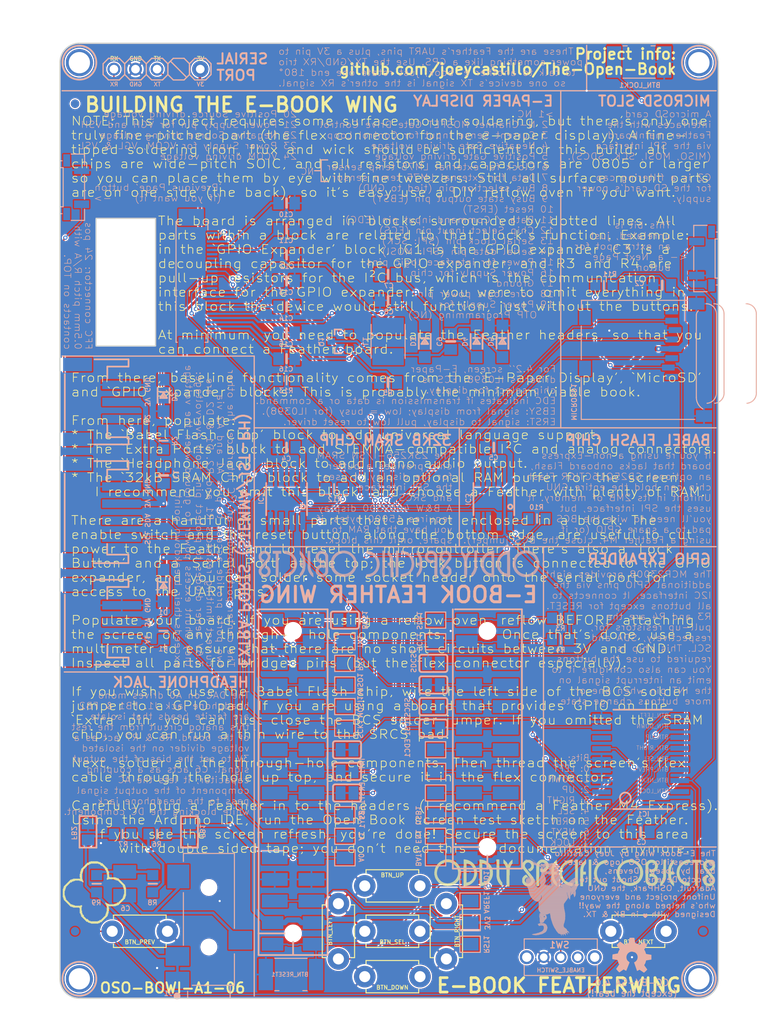
<source format=kicad_pcb>
(kicad_pcb (version 20171130) (host pcbnew 5.0.2+dfsg1-1)
  (layers (0 Top signal) (31 Bottom signal) (34 B.Paste user hide) (35 F.Paste user hide) (36 B.SilkS user) (37 F.SilkS user) (38 B.Mask user) (39 F.Mask user) (44 Edge.Cuts user))
  (net 0 "")
  (net 1 GND)
  (net 2 VBAT)
  (net 3 +3V3)
  (net 4 AGND)
  (net 5 AVCC)
  (net 6 VBUS)
  (net 7 /VCOM)
  (net 8 /PREVGL)
  (net 9 /VSL)
  (net 10 /PREVGH)
  (net 11 /VSH)
  (net 12 /VDD)
  (net 13 /MOSI)
  (net 14 /SCK)
  (net 15 /EINK_CS)
  (net 16 /EINK_DC)
  (net 17 /EINK_RESET)
  (net 18 /EINK_BUSY)
  (net 19 /VGH)
  (net 20 /VGL)
  (net 21 /RESE)
  (net 22 /GDR)
  (net 23 /EN)
  (net 24 "Net-(MS1-Pad25')")
  (net 25 "Net-(MS1-Pad24')")
  (net 26 "Net-(MS1-Pad23')")
  (net 27 "Net-(MS1-Pad20')")
  (net 28 "Net-(MS1-Pad19')")
  (net 29 /SCL)
  (net 30 /SDA)
  (net 31 /NC_D4)
  (net 32 /TX)
  (net 33 /RX)
  (net 34 /MISO)
  (net 35 /A2)
  (net 36 /A1)
  (net 37 /A0)
  (net 38 /AREF)
  (net 39 /RESET)
  (net 40 /SD_CS)
  (net 41 /AUDIO_OUT)
  (net 42 "Net-(C6-Pad1)")
  (net 43 "Net-(C9-Pad2)")
  (net 44 "Net-(C9-Pad1)")
  (net 45 /BTN_PREV)
  (net 46 /BTN_LEFT)
  (net 47 /BTN_LOCK)
  (net 48 /BTN_NEXT)
  (net 49 /GPIO_INT)
  (net 50 /BTN_DOWN)
  (net 51 /BTN_UP)
  (net 52 /BTN_SEL)
  (net 53 /BTN_RIGHT)
  (net 54 /SRAM_CS)
  (net 55 /FLASH_CS)
  (net 56 "Net-(EDC1-Pad2)")
  (net 57 "Net-(ECS1-Pad2)")
  (net 58 "Net-(INT1-Pad1)")
  (net 59 "Net-(ERST1-Pad1)")
  (net 60 "Net-(EBSY1-Pad1)")
  (net 61 "Net-(A1_PORT1-Pad3)")
  (net 62 "Net-(A2_PORT1-Pad3)")
  (module OSO-BOWI-A1-06:TL3330AF130QG (layer Bottom) (at 112.6617 69.6976 90)
    (fp_text reference DNP_PREV_ALT1 hide)
    (fp_text value SPST_TACTILE_SWITCHRA hide)
    (pad MP2 smd rect (at 7.05 -2.1) (size 0.8 1.45) (layers Bottom B.Paste B.Mask))
    (pad MP1 smd rect (at 0.75 -2.1) (size 0.8 1.45) (layers Bottom B.Paste B.Mask))
    (pad P$2 smd rect (at 5.9 -0.346 90) (size 0.9 1.778) (layers Bottom B.Paste B.Mask) (net 1 GND))
    (pad P$1 smd rect (at 1.9 -0.346 90) (size 0.9 1.778) (layers Bottom B.Paste B.Mask) (net 45 /BTN_PREV))
  )
  (module OSO-BOWI-A1-06:TL3330AF130QG (layer Bottom) (at 184.3405 70.2818 270)
    (fp_text reference DNP_NEXT_ALT1 hide)
    (fp_text value SPST_TACTILE_SWITCHRA hide)
    (pad MP2 smd rect (at 7.05 -2.1 180) (size 0.8 1.45) (layers Bottom B.Paste B.Mask))
    (pad MP1 smd rect (at 0.75 -2.1 180) (size 0.8 1.45) (layers Bottom B.Paste B.Mask))
    (pad P$2 smd rect (at 5.9 -0.346 270) (size 0.9 1.778) (layers Bottom B.Paste B.Mask) (net 1 GND))
    (pad P$1 smd rect (at 1.9 -0.346 270) (size 0.9 1.778) (layers Bottom B.Paste B.Mask) (net 48 /BTN_NEXT))
  )
  (module OSO-BOWI-A1-06:MICROBUILDER_INDUCTOR_4X4MM_NR401_BIGPADS (layer Bottom) (at 148.3741 83.9216 270)
    (fp_text reference L1 (at -0.6096 2.3241 270 unlocked) (layer B.SilkS) (effects (font (size 0.57912 0.57912) (thickness 0.104241)) (justify right top mirror)))
    (fp_text value 10uH)
    (pad P$2 smd rect (at 1.8 0 270) (size 2 3.7) (layers Bottom B.Paste B.Mask) (net 44 "Net-(C9-Pad1)"))
    (pad P$1 smd rect (at -1.8 0 270) (size 2 3.7) (layers Bottom B.Paste B.Mask) (net 3 +3V3))
  )
  (module OSO-BOWI-A1-06:EINK_DISPLAY_4_2IN (layer Top) (at 110.0201 54.4576)
    (fp_text reference U$2 hide)
    (fp_text value WAVESHARE_4_2_INCH_EINK_DISPLAY hide)
    (fp_line (start 4 30) (end 4 15) (layer Edge.Cuts) (width 0.127))
    (fp_line (start 11 30) (end 4 30) (layer Edge.Cuts) (width 0.127))
    (fp_line (start 11 15) (end 11 30) (layer Edge.Cuts) (width 0.127))
    (fp_line (start 4 15) (end 11 15) (layer Edge.Cuts) (width 0.127))
    (fp_line (start 4 30) (end 4 15) (layer Edge.Cuts) (width 0.127))
    (fp_line (start 11 30) (end 4 30) (layer Edge.Cuts) (width 0.127))
    (fp_line (start 11 15) (end 11 30) (layer Edge.Cuts) (width 0.127))
    (fp_line (start 4 15) (end 11 15) (layer Edge.Cuts) (width 0.127))
    (pad SPRT2 smd rect (at 15.1932 29.9766) (size 3 2) (layers Bottom B.Paste B.Mask))
    (pad SPRT1 smd rect (at 15.1932 14.8666) (size 3 2) (layers Bottom B.Paste B.Mask))
    (pad 24 smd rect (at 17.6532 28.2166 270) (size 0.275 1.25) (layers Bottom B.Paste B.Mask) (net 7 /VCOM))
    (pad 23 smd rect (at 17.6532 27.7166 270) (size 0.275 1.25) (layers Bottom B.Paste B.Mask) (net 8 /PREVGL))
    (pad 22 smd rect (at 17.6532 27.2166 270) (size 0.275 1.25) (layers Bottom B.Paste B.Mask) (net 9 /VSL))
    (pad 21 smd rect (at 17.6532 26.7166 270) (size 0.275 1.25) (layers Bottom B.Paste B.Mask) (net 10 /PREVGH))
    (pad 20 smd rect (at 17.6532 26.2166 270) (size 0.275 1.25) (layers Bottom B.Paste B.Mask) (net 11 /VSH))
    (pad 19 smd rect (at 17.6532 25.7166 270) (size 0.275 1.25) (layers Bottom B.Paste B.Mask))
    (pad 18 smd rect (at 17.6532 25.2166 270) (size 0.275 1.25) (layers Bottom B.Paste B.Mask) (net 12 /VDD))
    (pad 17 smd rect (at 17.6532 24.7166 270) (size 0.275 1.25) (layers Bottom B.Paste B.Mask) (net 1 GND))
    (pad 16 smd rect (at 17.6532 24.2166 270) (size 0.275 1.25) (layers Bottom B.Paste B.Mask) (net 3 +3V3))
    (pad 15 smd rect (at 17.6532 23.7166 270) (size 0.275 1.25) (layers Bottom B.Paste B.Mask) (net 3 +3V3))
    (pad 14 smd rect (at 17.6532 23.2166 270) (size 0.275 1.25) (layers Bottom B.Paste B.Mask) (net 13 /MOSI))
    (pad 13 smd rect (at 17.6532 22.7166 270) (size 0.275 1.25) (layers Bottom B.Paste B.Mask) (net 14 /SCK))
    (pad 12 smd rect (at 17.6532 22.2166 270) (size 0.275 1.25) (layers Bottom B.Paste B.Mask) (net 15 /EINK_CS))
    (pad 11 smd rect (at 17.6532 21.7166 270) (size 0.275 1.25) (layers Bottom B.Paste B.Mask) (net 16 /EINK_DC))
    (pad 10 smd rect (at 17.6532 21.2166 270) (size 0.275 1.25) (layers Bottom B.Paste B.Mask) (net 17 /EINK_RESET))
    (pad 9 smd rect (at 17.6532 20.7166 270) (size 0.275 1.25) (layers Bottom B.Paste B.Mask) (net 18 /EINK_BUSY))
    (pad 8 smd rect (at 17.6532 20.2166 270) (size 0.275 1.25) (layers Bottom B.Paste B.Mask) (net 1 GND))
    (pad 7 smd rect (at 17.6532 19.7166 270) (size 0.275 1.25) (layers Bottom B.Paste B.Mask))
    (pad 6 smd rect (at 17.6532 19.2166 270) (size 0.275 1.25) (layers Bottom B.Paste B.Mask))
    (pad 5 smd rect (at 17.6532 18.7166 270) (size 0.275 1.25) (layers Bottom B.Paste B.Mask) (net 19 /VGH))
    (pad 4 smd rect (at 17.6532 18.2166 270) (size 0.275 1.25) (layers Bottom B.Paste B.Mask) (net 20 /VGL))
    (pad 3 smd rect (at 17.6532 17.7166 270) (size 0.275 1.25) (layers Bottom B.Paste B.Mask) (net 21 /RESE))
    (pad 2 smd rect (at 17.6532 17.2166 270) (size 0.275 1.25) (layers Bottom B.Paste B.Mask) (net 22 /GDR))
    (pad 1 smd rect (at 17.6532 16.7166 270) (size 0.275 1.25) (layers Bottom B.Paste B.Mask))
  )
  (module OSO-BOWI-A1-06:MICROBUILDER_FEATHERWING_SMT2_NOLINES (layer Bottom) (at 137.1981 161.1376 90)
    (fp_text reference MS1 hide)
    (fp_text value MICROBUILDER_FEATHERWING_SMTDUAL_NOLINES hide)
    (pad "" np_thru_hole circle (at 43.18 0 90) (size 1.8 1.8) (drill 1.8) (layers *.Cu *.Mask))
    (pad "" np_thru_hole circle (at 7.62 0 90) (size 1.8 1.8) (drill 1.8) (layers *.Cu *.Mask))
    (pad "" np_thru_hole circle (at 43.18 22.86 90) (size 1.8 1.8) (drill 1.8) (layers *.Cu *.Mask))
    (pad "" np_thru_hole circle (at 17.78 22.86 90) (size 1.8 1.8) (drill 1.8) (layers *.Cu *.Mask))
    (pad 28' smd rect (at 16.51 25.273) (size 2.54 1.524) (layers Bottom B.Paste B.Mask) (net 2 VBAT))
    (pad 28 smd rect (at 16.51 20.447) (size 2.54 1.524) (layers Bottom B.Paste B.Mask) (net 2 VBAT))
    (pad 27' smd rect (at 19.05 25.273 180) (size 2.54 1.524) (layers Bottom B.Paste B.Mask) (net 23 /EN))
    (pad 27 smd rect (at 19.05 20.447) (size 2.54 1.524) (layers Bottom B.Paste B.Mask) (net 23 /EN))
    (pad 26' smd rect (at 21.59 25.019 180) (size 3.048 1.524) (layers Bottom B.Paste B.Mask) (net 6 VBUS))
    (pad 26 smd rect (at 21.59 20.701) (size 3.048 1.524) (layers Bottom B.Paste B.Mask) (net 6 VBUS))
    (pad 25' smd rect (at 24.13 25.019 180) (size 3.048 1.524) (layers Bottom B.Paste B.Mask) (net 24 "Net-(MS1-Pad25')"))
    (pad 25 smd rect (at 24.13 20.701) (size 3.048 1.524) (layers Bottom B.Paste B.Mask) (net 24 "Net-(MS1-Pad25')"))
    (pad 24' smd rect (at 26.67 25.019 180) (size 3.048 1.524) (layers Bottom B.Paste B.Mask) (net 25 "Net-(MS1-Pad24')"))
    (pad 24 smd rect (at 26.67 20.701) (size 3.048 1.524) (layers Bottom B.Paste B.Mask) (net 25 "Net-(MS1-Pad24')"))
    (pad 23' smd rect (at 29.21 25.019 180) (size 3.048 1.524) (layers Bottom B.Paste B.Mask) (net 26 "Net-(MS1-Pad23')"))
    (pad 23 smd rect (at 29.21 20.701) (size 3.048 1.524) (layers Bottom B.Paste B.Mask) (net 26 "Net-(MS1-Pad23')"))
    (pad 22' smd rect (at 31.75 25.019 180) (size 3.048 1.524) (layers Bottom B.Paste B.Mask) (net 56 "Net-(EDC1-Pad2)"))
    (pad 22 smd rect (at 31.75 20.701) (size 3.048 1.524) (layers Bottom B.Paste B.Mask) (net 56 "Net-(EDC1-Pad2)"))
    (pad 21' smd rect (at 34.29 25.019 180) (size 3.048 1.524) (layers Bottom B.Paste B.Mask) (net 57 "Net-(ECS1-Pad2)"))
    (pad 21 smd rect (at 34.29 20.701) (size 3.048 1.524) (layers Bottom B.Paste B.Mask) (net 57 "Net-(ECS1-Pad2)"))
    (pad 20' smd rect (at 36.83 25.019 180) (size 3.048 1.524) (layers Bottom B.Paste B.Mask) (net 27 "Net-(MS1-Pad20')"))
    (pad 20 smd rect (at 36.83 20.701) (size 3.048 1.524) (layers Bottom B.Paste B.Mask) (net 27 "Net-(MS1-Pad20')"))
    (pad 19' smd rect (at 39.37 25.019 180) (size 3.048 1.524) (layers Bottom B.Paste B.Mask) (net 28 "Net-(MS1-Pad19')"))
    (pad 19 smd rect (at 39.37 20.701) (size 3.048 1.524) (layers Bottom B.Paste B.Mask) (net 28 "Net-(MS1-Pad19')"))
    (pad 18' smd rect (at 41.91 25.273 180) (size 2.54 1.524) (layers Bottom B.Paste B.Mask) (net 29 /SCL))
    (pad 18 smd rect (at 41.91 20.447) (size 2.54 1.524) (layers Bottom B.Paste B.Mask) (net 29 /SCL))
    (pad 17' smd rect (at 44.45 25.273 180) (size 2.54 1.524) (layers Bottom B.Paste B.Mask) (net 30 /SDA))
    (pad 17 smd rect (at 44.45 20.447) (size 2.54 1.524) (layers Bottom B.Paste B.Mask) (net 30 /SDA))
    (pad 16' smd rect (at 44.45 -2.413) (size 2.54 1.524) (layers Bottom B.Paste B.Mask) (net 31 /NC_D4))
    (pad 16 smd rect (at 44.45 2.413 180) (size 2.54 1.524) (layers Bottom B.Paste B.Mask) (net 31 /NC_D4))
    (pad 15' smd rect (at 41.91 -2.413) (size 2.54 1.524) (layers Bottom B.Paste B.Mask) (net 32 /TX))
    (pad 15 smd rect (at 41.91 2.413 180) (size 2.54 1.524) (layers Bottom B.Paste B.Mask) (net 32 /TX))
    (pad 14' smd rect (at 39.37 -2.159) (size 3.048 1.524) (layers Bottom B.Paste B.Mask) (net 33 /RX))
    (pad 14 smd rect (at 39.37 2.159 180) (size 3.048 1.524) (layers Bottom B.Paste B.Mask) (net 33 /RX))
    (pad 13' smd rect (at 36.83 -2.159) (size 3.048 1.524) (layers Bottom B.Paste B.Mask) (net 34 /MISO))
    (pad 13 smd rect (at 36.83 2.159 180) (size 3.048 1.524) (layers Bottom B.Paste B.Mask) (net 34 /MISO))
    (pad 12' smd rect (at 34.29 -2.159) (size 3.048 1.524) (layers Bottom B.Paste B.Mask) (net 13 /MOSI))
    (pad 12 smd rect (at 34.29 2.159 180) (size 3.048 1.524) (layers Bottom B.Paste B.Mask) (net 13 /MOSI))
    (pad 11' smd rect (at 31.75 -2.159) (size 3.048 1.524) (layers Bottom B.Paste B.Mask) (net 14 /SCK))
    (pad 11 smd rect (at 31.75 2.159 180) (size 3.048 1.524) (layers Bottom B.Paste B.Mask) (net 14 /SCK))
    (pad 10' smd rect (at 29.21 -2.159) (size 3.048 1.524) (layers Bottom B.Paste B.Mask) (net 58 "Net-(INT1-Pad1)"))
    (pad 10 smd rect (at 29.21 2.159 180) (size 3.048 1.524) (layers Bottom B.Paste B.Mask) (net 58 "Net-(INT1-Pad1)"))
    (pad 9' smd rect (at 26.67 -2.159) (size 3.048 1.524) (layers Bottom B.Paste B.Mask) (net 59 "Net-(ERST1-Pad1)"))
    (pad 9 smd rect (at 26.67 2.159 180) (size 3.048 1.524) (layers Bottom B.Paste B.Mask) (net 59 "Net-(ERST1-Pad1)"))
    (pad 8' smd rect (at 24.13 -2.159) (size 3.048 1.524) (layers Bottom B.Paste B.Mask) (net 60 "Net-(EBSY1-Pad1)"))
    (pad 8 smd rect (at 24.13 2.159 180) (size 3.048 1.524) (layers Bottom B.Paste B.Mask) (net 60 "Net-(EBSY1-Pad1)"))
    (pad 7' smd rect (at 21.59 -2.159) (size 3.048 1.524) (layers Bottom B.Paste B.Mask) (net 35 /A2))
    (pad 7 smd rect (at 21.59 2.159 180) (size 3.048 1.524) (layers Bottom B.Paste B.Mask) (net 35 /A2))
    (pad 6' smd rect (at 19.05 -2.159) (size 3.048 1.524) (layers Bottom B.Paste B.Mask) (net 36 /A1))
    (pad 6 smd rect (at 19.05 2.159 180) (size 3.048 1.524) (layers Bottom B.Paste B.Mask) (net 36 /A1))
    (pad 5' smd rect (at 16.51 -2.159) (size 3.048 1.524) (layers Bottom B.Paste B.Mask) (net 37 /A0))
    (pad 5 smd rect (at 16.51 2.159 180) (size 3.048 1.524) (layers Bottom B.Paste B.Mask) (net 37 /A0))
    (pad 4' smd rect (at 13.97 -2.159) (size 3.048 1.524) (layers Bottom B.Paste B.Mask) (net 1 GND))
    (pad 4 smd rect (at 13.97 2.159 180) (size 3.048 1.524) (layers Bottom B.Paste B.Mask) (net 1 GND))
    (pad 3' smd rect (at 11.43 -2.159) (size 3.048 1.524) (layers Bottom B.Paste B.Mask) (net 38 /AREF))
    (pad 3 smd rect (at 11.43 2.159 180) (size 3.048 1.524) (layers Bottom B.Paste B.Mask) (net 38 /AREF))
    (pad 2' smd rect (at 8.89 -2.413) (size 2.54 1.524) (layers Bottom B.Paste B.Mask) (net 3 +3V3))
    (pad 2 smd rect (at 8.89 2.413 180) (size 2.54 1.524) (layers Bottom B.Paste B.Mask) (net 3 +3V3))
    (pad 1' smd rect (at 6.35 -2.413) (size 2.54 1.524) (layers Bottom B.Paste B.Mask) (net 39 /RESET))
    (pad 1 smd rect (at 6.35 2.413) (size 2.54 1.524) (layers Bottom B.Paste B.Mask) (net 39 /RESET))
  )
  (module OSO-BOWI-A1-06:MICROSD (layer Bottom) (at 171.1071 79.0956 270)
    (fp_text reference MICROSD1 (at 9.6774 0.5461 270 unlocked) (layer B.SilkS) (effects (font (size 0.57912 0.57912) (thickness 0.104241)) (justify right top mirror)))
    (fp_text value MICROSD hide)
    (pad 1 smd rect (at 9 -10.64 270) (size 0.7 1.5) (layers Bottom B.Paste B.Mask))
    (pad 2 smd rect (at 7.9 -10.24 270) (size 0.7 1.5) (layers Bottom B.Paste B.Mask) (net 40 /SD_CS))
    (pad 3 smd rect (at 6.8 -10.64 270) (size 0.7 1.5) (layers Bottom B.Paste B.Mask) (net 13 /MOSI))
    (pad 4 smd rect (at 5.7 -11.04 270) (size 0.7 1.5) (layers Bottom B.Paste B.Mask) (net 3 +3V3))
    (pad 5 smd rect (at 4.6 -10.64 270) (size 0.7 1.5) (layers Bottom B.Paste B.Mask) (net 14 /SCK))
    (pad 6 smd rect (at 3.5 -11.04 270) (size 0.7 1.5) (layers Bottom B.Paste B.Mask) (net 1 GND))
    (pad 7 smd rect (at 2.4 -10.64 270) (size 0.7 1.5) (layers Bottom B.Paste B.Mask) (net 34 /MISO))
    (pad 8 smd rect (at 1.3 -10.64 270) (size 0.7 1.5) (layers Bottom B.Paste B.Mask))
    (pad CD2 smd rect (at 8 -0.44 180) (size 1.4 1.8) (layers Bottom B.Paste B.Mask))
    (pad CD1 smd rect (at 2 -0.44 180) (size 1.4 1.8) (layers Bottom B.Paste B.Mask))
    (pad MT2 smd rect (at 13.6 -14.44 270) (size 1.4 1.9) (layers Bottom B.Paste B.Mask) (net 1 GND))
    (pad MT1 smd rect (at 0.4 -13.54 270) (size 1.4 1.9) (layers Bottom B.Paste B.Mask) (net 1 GND))
  )
  (module OSO-BOWI-A1-06:0805-NO (layer Bottom) (at 136.4361 82.9056 180)
    (fp_text reference C15 (at -0.8509 -1.6764) (layer B.SilkS) (effects (font (size 0.57912 0.57912) (thickness 0.104241)) (justify left bottom mirror)))
    (fp_text value 1uF/25V)
    (pad 2 smd rect (at 0.95 0 180) (size 1.24 1.5) (layers Bottom B.Paste B.Mask) (net 9 /VSL))
    (pad 1 smd rect (at -0.95 0 180) (size 1.24 1.5) (layers Bottom B.Paste B.Mask) (net 1 GND))
  )
  (module OSO-BOWI-A1-06:0805-NO (layer Bottom) (at 136.4361 79.8576 180)
    (fp_text reference C14 (at -0.8509 -1.6764) (layer B.SilkS) (effects (font (size 0.57912 0.57912) (thickness 0.104241)) (justify left bottom mirror)))
    (fp_text value 1uF/25V)
    (pad 2 smd rect (at 0.95 0 180) (size 1.24 1.5) (layers Bottom B.Paste B.Mask) (net 11 /VSH))
    (pad 1 smd rect (at -0.95 0 180) (size 1.24 1.5) (layers Bottom B.Paste B.Mask) (net 1 GND))
  )
  (module OSO-BOWI-A1-06:0805-NO (layer Bottom) (at 136.4361 85.9536 180)
    (fp_text reference C16 (at -0.8509 -1.5494) (layer B.SilkS) (effects (font (size 0.57912 0.57912) (thickness 0.104241)) (justify left bottom mirror)))
    (fp_text value 1uF/25V)
    (pad 2 smd rect (at 0.95 0 180) (size 1.24 1.5) (layers Bottom B.Paste B.Mask) (net 7 /VCOM))
    (pad 1 smd rect (at -0.95 0 180) (size 1.24 1.5) (layers Bottom B.Paste B.Mask) (net 1 GND))
  )
  (module OSO-BOWI-A1-06:0805-NO (layer Bottom) (at 136.4361 76.8096 180)
    (fp_text reference C13 (at -0.8509 -1.6764) (layer B.SilkS) (effects (font (size 0.57912 0.57912) (thickness 0.104241)) (justify left bottom mirror)))
    (fp_text value 1uF/25V)
    (pad 2 smd rect (at 0.95 0 180) (size 1.24 1.5) (layers Bottom B.Paste B.Mask) (net 12 /VDD))
    (pad 1 smd rect (at -0.95 0 180) (size 1.24 1.5) (layers Bottom B.Paste B.Mask) (net 1 GND))
  )
  (module OSO-BOWI-A1-06:0805-NO (layer Bottom) (at 136.4361 73.7616 180)
    (fp_text reference C12 (at -0.9779 -1.6764) (layer B.SilkS) (effects (font (size 0.57912 0.57912) (thickness 0.104241)) (justify left bottom mirror)))
    (fp_text value 1uF)
    (pad 2 smd rect (at 0.95 0 180) (size 1.24 1.5) (layers Bottom B.Paste B.Mask) (net 3 +3V3))
    (pad 1 smd rect (at -0.95 0 180) (size 1.24 1.5) (layers Bottom B.Paste B.Mask) (net 1 GND))
  )
  (module OSO-BOWI-A1-06:0805-NO (layer Bottom) (at 136.4361 70.7136 180)
    (fp_text reference C11 (at -0.8509 -1.6764) (layer B.SilkS) (effects (font (size 0.57912 0.57912) (thickness 0.104241)) (justify left bottom mirror)))
    (fp_text value 1uF)
    (pad 2 smd rect (at 0.95 0 180) (size 1.24 1.5) (layers Bottom B.Paste B.Mask) (net 19 /VGH))
    (pad 1 smd rect (at -0.95 0 180) (size 1.24 1.5) (layers Bottom B.Paste B.Mask) (net 1 GND))
  )
  (module OSO-BOWI-A1-06:0805-NO (layer Bottom) (at 136.4361 67.6656 180)
    (fp_text reference C10 (at -0.8509 -1.6764) (layer B.SilkS) (effects (font (size 0.57912 0.57912) (thickness 0.104241)) (justify left bottom mirror)))
    (fp_text value 1uF)
    (pad 2 smd rect (at 0.95 0 180) (size 1.24 1.5) (layers Bottom B.Paste B.Mask) (net 20 /VGL))
    (pad 1 smd rect (at -0.95 0 180) (size 1.24 1.5) (layers Bottom B.Paste B.Mask) (net 1 GND))
  )
  (module OSO-BOWI-A1-06:JSTPH4 (layer Bottom) (at 113.3221 103.9876 270)
    (fp_text reference I2C1 hide)
    (fp_text value "JST PH 4" hide)
    (pad 4 smd rect (at 3 -3.7 270) (size 1 4.6) (layers Bottom B.Paste B.Mask) (net 29 /SCL))
    (pad 3 smd rect (at 1 -3.7 270) (size 1 4.6) (layers Bottom B.Paste B.Mask) (net 30 /SDA))
    (pad NC2 smd rect (at 5.7 1.5 180) (size 3.4 1.7) (layers Bottom B.Paste B.Mask))
    (pad NC1 smd rect (at -5.7 1.5 180) (size 3.4 1.7) (layers Bottom B.Paste B.Mask))
    (pad 2 smd rect (at -1 -3.7 270) (size 1 4.6) (layers Bottom B.Paste B.Mask) (net 3 +3V3))
    (pad 1 smd rect (at -3 -3.7 270) (size 1 4.6) (layers Bottom B.Paste B.Mask) (net 1 GND))
  )
  (module OSO-BOWI-A1-06:0805-NO (layer Bottom) (at 121.9581 99.6696 90)
    (fp_text reference C1 (at -0.5334 1.1049 270 unlocked) (layer B.SilkS) (effects (font (size 0.57912 0.57912) (thickness 0.104241)) (justify left bottom mirror)))
    (fp_text value 10uF)
    (pad 2 smd rect (at 0.95 0 90) (size 1.24 1.5) (layers Bottom B.Paste B.Mask) (net 1 GND))
    (pad 1 smd rect (at -0.95 0 90) (size 1.24 1.5) (layers Bottom B.Paste B.Mask) (net 3 +3V3))
  )
  (module OSO-BOWI-A1-06:JSTPH3 (layer Bottom) (at 114.3381 116.9416 270)
    (fp_text reference A1_PORT1 hide)
    (fp_text value "JST PH 3" hide)
    (pad 3 smd rect (at 2 -2.7 270) (size 1 4.6) (layers Bottom B.Paste B.Mask) (net 61 "Net-(A1_PORT1-Pad3)"))
    (pad NC2 smd rect (at 4.4 2.5 180) (size 3.4 1.6) (layers Bottom B.Paste B.Mask))
    (pad NC1 smd rect (at -4.4 2.5 180) (size 3.4 1.6) (layers Bottom B.Paste B.Mask))
    (pad 2 smd rect (at 0 -2.7 270) (size 1 4.6) (layers Bottom B.Paste B.Mask) (net 3 +3V3))
    (pad 1 smd rect (at -2 -2.7 270) (size 1 4.6) (layers Bottom B.Paste B.Mask) (net 1 GND))
  )
  (module OSO-BOWI-A1-06:_0805MP (layer Bottom) (at 121.9581 117.9576 90)
    (fp_text reference R1 (at -2.4384 0.5969 180) (layer B.SilkS) (effects (font (size 0.57912 0.57912) (thickness 0.104241)) (justify left bottom mirror)))
    (fp_text value 1K)
    (pad 2 smd rect (at 1.016 0 90) (size 1.2 1.3) (layers Bottom B.Paste B.Mask) (net 36 /A1))
    (pad 1 smd rect (at -1.016 0 90) (size 1.2 1.3) (layers Bottom B.Paste B.Mask) (net 61 "Net-(A1_PORT1-Pad3)"))
  )
  (module OSO-BOWI-A1-06:SOD-123 (layer Bottom) (at 121.9581 112.6236 270)
    (fp_text reference D1 (at 2.8194 0.6731 unlocked) (layer B.SilkS) (effects (font (size 0.57912 0.57912) (thickness 0.104241)) (justify right top mirror)))
    (fp_text value 3.6V)
    (pad A smd rect (at 1.85 0 180) (size 1.4 1.4) (layers Bottom B.Paste B.Mask) (net 1 GND))
    (pad C smd rect (at -1.85 0 180) (size 1.4 1.4) (layers Bottom B.Paste B.Mask) (net 36 /A1))
  )
  (module OSO-BOWI-A1-06:C1210 (layer Bottom) (at 117.3861 147.6756 270)
    (fp_text reference C6 (at 2.5654 0.5461 180) (layer B.SilkS) (effects (font (size 0.57912 0.57912) (thickness 0.104241)) (justify right top mirror)))
    (fp_text value 100uF)
    (pad 2 smd rect (at 1.4 0 270) (size 1.6 2.7) (layers Bottom B.Paste B.Mask) (net 41 /AUDIO_OUT))
    (pad 1 smd rect (at -1.4 0 270) (size 1.6 2.7) (layers Bottom B.Paste B.Mask) (net 42 "Net-(C6-Pad1)"))
  )
  (module OSO-BOWI-A1-06:_0805MP (layer Bottom) (at 114.0841 147.6756 90)
    (fp_text reference R9 (at -2.5654 0.5969 180) (layer B.SilkS) (effects (font (size 0.57912 0.57912) (thickness 0.104241)) (justify left bottom mirror)))
    (fp_text value 100)
    (pad 2 smd rect (at 1.016 0 90) (size 1.2 1.3) (layers Bottom B.Paste B.Mask) (net 42 "Net-(C6-Pad1)"))
    (pad 1 smd rect (at -1.016 0 90) (size 1.2 1.3) (layers Bottom B.Paste B.Mask) (net 4 AGND))
  )
  (module OSO-BOWI-A1-06:_0805MP (layer Bottom) (at 120.6881 147.6756 90)
    (fp_text reference R8 (at -2.5654 0.5969 180) (layer B.SilkS) (effects (font (size 0.57912 0.57912) (thickness 0.104241)) (justify left bottom mirror)))
    (fp_text value 100)
    (pad 2 smd rect (at 1.016 0 90) (size 1.2 1.3) (layers Bottom B.Paste B.Mask) (net 42 "Net-(C6-Pad1)"))
    (pad 1 smd rect (at -1.016 0 90) (size 1.2 1.3) (layers Bottom B.Paste B.Mask) (net 37 /A0))
  )
  (module OSO-BOWI-A1-06:_0805MP (layer Bottom) (at 121.1961 141.8336 180)
    (fp_text reference R6 (at -0.5969 -1.5494) (layer B.SilkS) (effects (font (size 0.57912 0.57912) (thickness 0.104241)) (justify left bottom mirror)))
    (fp_text value 10K)
    (pad 2 smd rect (at 1.016 0 180) (size 1.2 1.3) (layers Bottom B.Paste B.Mask) (net 37 /A0))
    (pad 1 smd rect (at -1.016 0 180) (size 1.2 1.3) (layers Bottom B.Paste B.Mask) (net 5 AVCC))
  )
  (module OSO-BOWI-A1-06:_0805MP (layer Bottom) (at 117.1321 141.8336 180)
    (fp_text reference R7 (at -0.7239 -1.5494) (layer B.SilkS) (effects (font (size 0.57912 0.57912) (thickness 0.104241)) (justify left bottom mirror)))
    (fp_text value 10K)
    (pad 2 smd rect (at 1.016 0 180) (size 1.2 1.3) (layers Bottom B.Paste B.Mask) (net 4 AGND))
    (pad 1 smd rect (at -1.016 0 180) (size 1.2 1.3) (layers Bottom B.Paste B.Mask) (net 37 /A0))
  )
  (module OSO-BOWI-A1-06:0805-NO (layer Bottom) (at 148.3741 79.0956 180)
    (fp_text reference C8 (at -0.7239 -1.6764) (layer B.SilkS) (effects (font (size 0.57912 0.57912) (thickness 0.104241)) (justify left bottom mirror)))
    (fp_text value 1uF/25V)
    (pad 2 smd rect (at 0.95 0 180) (size 1.24 1.5) (layers Bottom B.Paste B.Mask) (net 1 GND))
    (pad 1 smd rect (at -0.95 0 180) (size 1.24 1.5) (layers Bottom B.Paste B.Mask) (net 10 /PREVGH))
  )
  (module OSO-BOWI-A1-06:0805-NO (layer Bottom) (at 148.3741 76.0476 180)
    (fp_text reference C7 (at -0.7239 -1.6764) (layer B.SilkS) (effects (font (size 0.57912 0.57912) (thickness 0.104241)) (justify left bottom mirror)))
    (fp_text value 1uF/25V)
    (pad 2 smd rect (at 0.95 0 180) (size 1.24 1.5) (layers Bottom B.Paste B.Mask) (net 1 GND))
    (pad 1 smd rect (at -0.95 0 180) (size 1.24 1.5) (layers Bottom B.Paste B.Mask) (net 8 /PREVGL))
  )
  (module OSO-BOWI-A1-06:SOD-123 (layer Bottom) (at 161.8361 83.9216 270)
    (fp_text reference D5 (at -0.6096 1.0541 270 unlocked) (layer B.SilkS) (effects (font (size 0.57912 0.57912) (thickness 0.104241)) (justify right top mirror)))
    (fp_text value MBR0530)
    (pad A smd rect (at 1.85 0 180) (size 1.4 1.4) (layers Bottom B.Paste B.Mask) (net 43 "Net-(C9-Pad2)"))
    (pad C smd rect (at -1.85 0 180) (size 1.4 1.4) (layers Bottom B.Paste B.Mask) (net 1 GND))
  )
  (module OSO-BOWI-A1-06:SOD-123 (layer Bottom) (at 158.7881 83.9216 270)
    (fp_text reference D4 (at -0.6096 1.0541 270 unlocked) (layer B.SilkS) (effects (font (size 0.57912 0.57912) (thickness 0.104241)) (justify right top mirror)))
    (fp_text value MBR0530)
    (pad A smd rect (at 1.85 0 180) (size 1.4 1.4) (layers Bottom B.Paste B.Mask) (net 8 /PREVGL))
    (pad C smd rect (at -1.85 0 180) (size 1.4 1.4) (layers Bottom B.Paste B.Mask) (net 43 "Net-(C9-Pad2)"))
  )
  (module OSO-BOWI-A1-06:0805-NO (layer Bottom) (at 155.7401 83.9216 90)
    (fp_text reference C9 (at -0.6604 -1.6891 270 unlocked) (layer B.SilkS) (effects (font (size 0.57912 0.57912) (thickness 0.104241)) (justify left bottom mirror)))
    (fp_text value 4.7uF/25V)
    (pad 2 smd rect (at 0.95 0 90) (size 1.24 1.5) (layers Bottom B.Paste B.Mask) (net 43 "Net-(C9-Pad2)"))
    (pad 1 smd rect (at -0.95 0 90) (size 1.24 1.5) (layers Bottom B.Paste B.Mask) (net 44 "Net-(C9-Pad1)"))
  )
  (module OSO-BOWI-A1-06:SOD-123 (layer Bottom) (at 152.6921 83.9216 270)
    (fp_text reference D3 (at -0.6096 1.0541 270 unlocked) (layer B.SilkS) (effects (font (size 0.57912 0.57912) (thickness 0.104241)) (justify right top mirror)))
    (fp_text value MBR0530)
    (pad A smd rect (at 1.85 0 180) (size 1.4 1.4) (layers Bottom B.Paste B.Mask) (net 44 "Net-(C9-Pad1)"))
    (pad C smd rect (at -1.85 0 180) (size 1.4 1.4) (layers Bottom B.Paste B.Mask) (net 10 /PREVGH))
  )
  (module OSO-BOWI-A1-06:0805_10MGAP (layer Bottom) (at 148.3741 88.7476 180)
    (fp_text reference R5 (at -0.5969 -1.5494) (layer B.SilkS) (effects (font (size 0.57912 0.57912) (thickness 0.104241)) (justify left bottom mirror)))
    (fp_text value 0.47ohm)
    (pad 2 smd rect (at 1.05 0 180) (size 1.2 1.5) (layers Bottom B.Paste B.Mask) (net 1 GND))
    (pad 1 smd rect (at -1.05 0 180) (size 1.2 1.5) (layers Bottom B.Paste B.Mask) (net 21 /RESE))
  )
  (module OSO-BOWI-A1-06:SOT23-3 (layer Bottom) (at 142.7861 83.9216 270)
    (fp_text reference Q1 (at -0.6096 1.9431 270 unlocked) (layer B.SilkS) (effects (font (size 0.57912 0.57912) (thickness 0.104241)) (justify right top mirror)))
    (fp_text value IRLML0100)
    (pad 3 smd rect (at 0 1.1 270) (size 0.8 0.9) (layers Bottom B.Paste B.Mask) (net 44 "Net-(C9-Pad1)"))
    (pad 2 smd rect (at 0.95 -1 270) (size 0.8 0.9) (layers Bottom B.Paste B.Mask) (net 21 /RESE))
    (pad 1 smd rect (at -0.95 -1 270) (size 0.8 0.9) (layers Bottom B.Paste B.Mask) (net 22 /GDR))
  )
  (module OSO-BOWI-A1-06:_0805MP (layer Bottom) (at 168.6941 118.9736 180)
    (fp_text reference R4 (at -0.5969 -1.5494) (layer B.SilkS) (effects (font (size 0.57912 0.57912) (thickness 0.104241)) (justify left bottom mirror)))
    (fp_text value 10K)
    (pad 2 smd rect (at 1.016 0 180) (size 1.2 1.3) (layers Bottom B.Paste B.Mask) (net 29 /SCL))
    (pad 1 smd rect (at -1.016 0 180) (size 1.2 1.3) (layers Bottom B.Paste B.Mask) (net 3 +3V3))
  )
  (module OSO-BOWI-A1-06:_0805MP (layer Bottom) (at 168.6941 116.4336 180)
    (fp_text reference R3 (at -0.5969 -1.5494) (layer B.SilkS) (effects (font (size 0.57912 0.57912) (thickness 0.104241)) (justify left bottom mirror)))
    (fp_text value 10K)
    (pad 2 smd rect (at 1.016 0 180) (size 1.2 1.3) (layers Bottom B.Paste B.Mask) (net 30 /SDA))
    (pad 1 smd rect (at -1.016 0 180) (size 1.2 1.3) (layers Bottom B.Paste B.Mask) (net 3 +3V3))
  )
  (module OSO-BOWI-A1-06:0805 (layer Bottom) (at 113.0681 141.5796 270)
    (fp_text reference FB2 (at -0.7366 1.3081 270 unlocked) (layer B.SilkS) (effects (font (size 0.57912 0.57912) (thickness 0.104241)) (justify right top mirror)))
    (fp_text value FERRITE)
    (pad 2 smd rect (at 0.95 0 270) (size 1.3 1.5) (layers Bottom B.Paste B.Mask) (net 4 AGND))
    (pad 1 smd rect (at -0.95 0 270) (size 1.3 1.5) (layers Bottom B.Paste B.Mask) (net 1 GND))
  )
  (module OSO-BOWI-A1-06:0805 (layer Bottom) (at 125.0061 141.5796 90)
    (fp_text reference FB1 (at 0.9906 1.8669 270 unlocked) (layer B.SilkS) (effects (font (size 0.57912 0.57912) (thickness 0.104241)) (justify right top mirror)))
    (fp_text value FERRITE)
    (pad 2 smd rect (at 0.95 0 90) (size 1.3 1.5) (layers Bottom B.Paste B.Mask) (net 3 +3V3))
    (pad 1 smd rect (at -0.95 0 90) (size 1.3 1.5) (layers Bottom B.Paste B.Mask) (net 5 AVCC))
  )
  (module OSO-BOWI-A1-06:JSTPH3 (layer Bottom) (at 114.3381 91.0336 270)
    (fp_text reference A2_PORT1 hide)
    (fp_text value "JST PH 3" hide)
    (pad 3 smd rect (at 2 -2.7 270) (size 1 4.6) (layers Bottom B.Paste B.Mask) (net 62 "Net-(A2_PORT1-Pad3)"))
    (pad NC2 smd rect (at 4.4 2.5 180) (size 3.4 1.6) (layers Bottom B.Paste B.Mask))
    (pad NC1 smd rect (at -4.4 2.5 180) (size 3.4 1.6) (layers Bottom B.Paste B.Mask))
    (pad 2 smd rect (at 0 -2.7 270) (size 1 4.6) (layers Bottom B.Paste B.Mask) (net 3 +3V3))
    (pad 1 smd rect (at -2 -2.7 270) (size 1 4.6) (layers Bottom B.Paste B.Mask) (net 1 GND))
  )
  (module OSO-BOWI-A1-06:_0805MP (layer Bottom) (at 121.9581 95.6056 90)
    (fp_text reference R2 (at 0.6096 1.6129 270 unlocked) (layer B.SilkS) (effects (font (size 0.57912 0.57912) (thickness 0.104241)) (justify right top mirror)))
    (fp_text value 1K)
    (pad 2 smd rect (at 1.016 0 90) (size 1.2 1.3) (layers Bottom B.Paste B.Mask) (net 35 /A2))
    (pad 1 smd rect (at -1.016 0 90) (size 1.2 1.3) (layers Bottom B.Paste B.Mask) (net 62 "Net-(A2_PORT1-Pad3)"))
  )
  (module OSO-BOWI-A1-06:SOD-123 (layer Bottom) (at 121.9581 90.2716 270)
    (fp_text reference D2 (at -0.4826 -1.6129 270 unlocked) (layer B.SilkS) (effects (font (size 0.57912 0.57912) (thickness 0.104241)) (justify right top mirror)))
    (fp_text value 3.6V)
    (pad A smd rect (at 1.85 0 180) (size 1.4 1.4) (layers Bottom B.Paste B.Mask) (net 1 GND))
    (pad C smd rect (at -1.85 0 180) (size 1.4 1.4) (layers Bottom B.Paste B.Mask) (net 35 /A2))
  )
  (module OSO-BOWI-A1-06:SO18W (layer Bottom) (at 178.0921 133.7056 90)
    (fp_text reference IC1 (at -6.1214 1.1049 180) (layer B.SilkS) (effects (font (size 0.57912 0.57912) (thickness 0.104241)) (justify left bottom mirror)))
    (fp_text value MCP23008_SO)
    (pad 10 smd rect (at 5.775 4.6 90) (size 0.6 2.2) (layers Bottom B.Paste B.Mask) (net 46 /BTN_LEFT))
    (pad 9 smd rect (at 5.715 -4.6 90) (size 0.6 2.2) (layers Bottom B.Paste B.Mask) (net 1 GND))
    (pad 18 smd rect (at -4.445 4.6 90) (size 0.6 2.2) (layers Bottom B.Paste B.Mask) (net 3 +3V3))
    (pad 17 smd rect (at -3.145 4.6 90) (size 0.6 2.2) (layers Bottom B.Paste B.Mask) (net 47 /BTN_LOCK))
    (pad 16 smd rect (at -1.845 4.6 90) (size 0.6 2.2) (layers Bottom B.Paste B.Mask) (net 48 /BTN_NEXT))
    (pad 15 smd rect (at -0.575 4.6 90) (size 0.6 2.2) (layers Bottom B.Paste B.Mask) (net 45 /BTN_PREV))
    (pad 8 smd rect (at 4.445 -4.6 90) (size 0.6 2.2) (layers Bottom B.Paste B.Mask) (net 49 /GPIO_INT))
    (pad 7 smd rect (at 3.175 -4.6 90) (size 0.6 2.2) (layers Bottom B.Paste B.Mask))
    (pad 5 smd rect (at 0.635 -4.6 90) (size 0.6 2.2) (layers Bottom B.Paste B.Mask) (net 1 GND))
    (pad 6 smd rect (at 1.905 -4.6 90) (size 0.6 2.2) (layers Bottom B.Paste B.Mask) (net 3 +3V3))
    (pad 11 smd rect (at 4.505 4.6 90) (size 0.6 2.2) (layers Bottom B.Paste B.Mask) (net 50 /BTN_DOWN))
    (pad 12 smd rect (at 3.235 4.6 90) (size 0.6 2.2) (layers Bottom B.Paste B.Mask) (net 51 /BTN_UP))
    (pad 14 smd rect (at 0.695 4.6 90) (size 0.6 2.2) (layers Bottom B.Paste B.Mask) (net 52 /BTN_SEL))
    (pad 4 smd rect (at -0.635 -4.6 90) (size 0.6 2.2) (layers Bottom B.Paste B.Mask) (net 1 GND))
    (pad 3 smd rect (at -1.905 -4.6 90) (size 0.6 2.2) (layers Bottom B.Paste B.Mask) (net 1 GND))
    (pad 1 smd rect (at -4.445 -4.6 90) (size 0.6 2.2) (layers Bottom B.Paste B.Mask) (net 29 /SCL))
    (pad 13 smd rect (at 1.965 4.6 90) (size 0.6 2.2) (layers Bottom B.Paste B.Mask) (net 53 /BTN_RIGHT))
    (pad 2 smd rect (at -3.175 -4.6 90) (size 0.6 2.2) (layers Bottom B.Paste B.Mask) (net 30 /SDA))
  )
  (module OSO-BOWI-A1-06:SOIC8_150MIL (layer Bottom) (at 136.4361 102.4636 180)
    (fp_text reference IC2 (at 2.7051 0.8636 270 unlocked) (layer B.SilkS) (effects (font (size 0.57912 0.57912) (thickness 0.104241)) (justify right top mirror)))
    (fp_text value 23K256-I/SN)
    (pad 5 smd rect (at 1.905 2.6 180) (size 0.6 2.2) (layers Bottom B.Paste B.Mask) (net 13 /MOSI))
    (pad 6 smd rect (at 0.635 2.6 180) (size 0.6 2.2) (layers Bottom B.Paste B.Mask) (net 14 /SCK))
    (pad 8 smd rect (at -1.905 2.6 180) (size 0.6 2.2) (layers Bottom B.Paste B.Mask) (net 3 +3V3))
    (pad 4 smd rect (at 1.905 -2.6 180) (size 0.6 2.2) (layers Bottom B.Paste B.Mask) (net 1 GND))
    (pad 3 smd rect (at 0.635 -2.6 180) (size 0.6 2.2) (layers Bottom B.Paste B.Mask))
    (pad 1 smd rect (at -1.905 -2.6 180) (size 0.6 2.2) (layers Bottom B.Paste B.Mask) (net 54 /SRAM_CS))
    (pad 7 smd rect (at -0.635 2.6 180) (size 0.6 2.2) (layers Bottom B.Paste B.Mask) (net 3 +3V3))
    (pad 2 smd rect (at -0.635 -2.6 180) (size 0.6 2.2) (layers Bottom B.Paste B.Mask) (net 34 /MISO))
  )
  (module OSO-BOWI-A1-06:0805_10MGAP (layer Bottom) (at 136.4361 96.3676 180)
    (fp_text reference C4 (at -0.5969 -1.6764) (layer B.SilkS) (effects (font (size 0.57912 0.57912) (thickness 0.104241)) (justify left bottom mirror)))
    (fp_text value 1uF)
    (pad 2 smd rect (at 1.05 0 180) (size 1.2 1.5) (layers Bottom B.Paste B.Mask) (net 1 GND))
    (pad 1 smd rect (at -1.05 0 180) (size 1.2 1.5) (layers Bottom B.Paste B.Mask) (net 3 +3V3))
  )
  (module OSO-BOWI-A1-06:MICROBUILDER_PAD-1.5X2.0 (layer Bottom) (at 153.9621 137.0076 270)
    (fp_text reference TP3 hide)
    (fp_text value MICROBUILDER_TESTPOINT1.5X2.0MM_NOCREAM)
    (pad P$1 smd rect (at 0 0 270) (size 1.5 2) (layers Bottom B.Mask) (net 24 "Net-(MS1-Pad25')"))
  )
  (module OSO-BOWI-A1-06:MICROBUILDER_PAD-1.5X2.0 (layer Bottom) (at 153.9621 134.4676 270)
    (fp_text reference TP2 hide)
    (fp_text value MICROBUILDER_TESTPOINT1.5X2.0MM_NOCREAM)
    (pad P$1 smd rect (at 0 0 270) (size 1.5 2) (layers Bottom B.Mask) (net 25 "Net-(MS1-Pad24')"))
  )
  (module OSO-BOWI-A1-06:MICROBUILDER_PAD-1.5X2.0 (layer Bottom) (at 153.9621 131.9276 270)
    (fp_text reference TP1 hide)
    (fp_text value MICROBUILDER_TESTPOINT1.5X2.0MM_NOCREAM)
    (pad P$1 smd rect (at 0 0 270) (size 1.5 2) (layers Bottom B.Mask) (net 26 "Net-(MS1-Pad23')"))
  )
  (module OSO-BOWI-A1-06:MICROBUILDER_PAD-1.5X2.0 (layer Bottom) (at 143.2941 139.5476 270)
    (fp_text reference A2 (at -0.4826 -2.2479 270 unlocked) (layer B.SilkS) (effects (font (size 0.57912 0.57912) (thickness 0.104241)) (justify right top mirror)))
    (fp_text value MICROBUILDER_TESTPOINT1.5X2.0MM_NOCREAM)
    (pad P$1 smd rect (at 0 0 270) (size 1.5 2) (layers Bottom B.Mask) (net 35 /A2))
  )
  (module OSO-BOWI-A1-06:MICROBUILDER_PAD-1.5X2.0 (layer Bottom) (at 143.2941 142.0876 270)
    (fp_text reference A1 (at -0.6096 -2.2479 270 unlocked) (layer B.SilkS) (effects (font (size 0.57912 0.57912) (thickness 0.104241)) (justify right top mirror)))
    (fp_text value MICROBUILDER_TESTPOINT1.5X2.0MM_NOCREAM)
    (pad P$1 smd rect (at 0 0 270) (size 1.5 2) (layers Bottom B.Mask) (net 36 /A1))
  )
  (module OSO-BOWI-A1-06:MICROBUILDER_PAD-1.5X2.0 (layer Bottom) (at 143.2941 144.6276 270)
    (fp_text reference A0 (at -0.6096 -2.2479 270 unlocked) (layer B.SilkS) (effects (font (size 0.57912 0.57912) (thickness 0.104241)) (justify right top mirror)))
    (fp_text value MICROBUILDER_TESTPOINT1.5X2.0MM_NOCREAM)
    (pad P$1 smd rect (at 0 0 270) (size 1.5 2) (layers Bottom B.Mask) (net 37 /A0))
  )
  (module OSO-BOWI-A1-06:MICROBUILDER_PAD-1.5X2.0 (layer Bottom) (at 158.0261 147.1676 90)
    (fp_text reference GND1 (at 1.1176 2.2479 270 unlocked) (layer B.SilkS) (effects (font (size 0.57912 0.57912) (thickness 0.104241)) (justify right top mirror)))
    (fp_text value MICROBUILDER_TESTPOINT1.5X2.0MM_NOCREAM)
    (pad P$1 smd rect (at 0 0 90) (size 1.5 2) (layers Bottom B.Mask) (net 1 GND))
  )
  (module OSO-BOWI-A1-06:MICROBUILDER_PAD-1.5X2.0 (layer Bottom) (at 158.0261 149.7076 90)
    (fp_text reference AREF1 (at 1.2446 2.2479 270 unlocked) (layer B.SilkS) (effects (font (size 0.57912 0.57912) (thickness 0.104241)) (justify right top mirror)))
    (fp_text value MICROBUILDER_TESTPOINT1.5X2.0MM_NOCREAM)
    (pad P$1 smd rect (at 0 0 90) (size 1.5 2) (layers Bottom B.Mask) (net 38 /AREF))
  )
  (module OSO-BOWI-A1-06:MICROBUILDER_PAD-1.5X2.0 (layer Bottom) (at 158.0261 154.7876 90)
    (fp_text reference RST1 (at 1.1176 2.2479 270 unlocked) (layer B.SilkS) (effects (font (size 0.57912 0.57912) (thickness 0.104241)) (justify right top mirror)))
    (fp_text value MICROBUILDER_TESTPOINT1.5X2.0MM_NOCREAM)
    (pad P$1 smd rect (at 0 0 90) (size 1.5 2) (layers Bottom B.Mask) (net 39 /RESET))
  )
  (module OSO-BOWI-A1-06:MICROBUILDER_PAD-1.5X2.0 (layer Bottom) (at 143.2941 129.3876 270)
    (fp_text reference SCK1 (at -1.1176 -2.1209 270 unlocked) (layer B.SilkS) (effects (font (size 0.57912 0.57912) (thickness 0.104241)) (justify right top mirror)))
    (fp_text value MICROBUILDER_TESTPOINT1.5X2.0MM_NOCREAM)
    (pad P$1 smd rect (at 0 0 270) (size 1.5 2) (layers Bottom B.Mask) (net 14 /SCK))
  )
  (module OSO-BOWI-A1-06:MICROBUILDER_PAD-1.5X2.0 (layer Bottom) (at 143.2941 126.8476 270)
    (fp_text reference MOSI1 (at -1.3716 -2.1209 270 unlocked) (layer B.SilkS) (effects (font (size 0.57912 0.57912) (thickness 0.104241)) (justify right top mirror)))
    (fp_text value MICROBUILDER_TESTPOINT1.5X2.0MM_NOCREAM)
    (pad P$1 smd rect (at 0 0 270) (size 1.5 2) (layers Bottom B.Mask) (net 13 /MOSI))
  )
  (module OSO-BOWI-A1-06:MICROBUILDER_PAD-1.5X2.0 (layer Bottom) (at 143.2941 124.3076 270)
    (fp_text reference MISO1 (at -1.4986 -2.1209 270 unlocked) (layer B.SilkS) (effects (font (size 0.57912 0.57912) (thickness 0.104241)) (justify right top mirror)))
    (fp_text value MICROBUILDER_TESTPOINT1.5X2.0MM_NOCREAM)
    (pad P$1 smd rect (at 0 0 270) (size 1.5 2) (layers Bottom B.Mask) (net 34 /MISO))
  )
  (module OSO-BOWI-A1-06:MICROBUILDER_PAD-1.5X2.0 (layer Bottom) (at 143.2941 121.7676 270)
    (fp_text reference RX1 (at -0.8636 -2.1209 270 unlocked) (layer B.SilkS) (effects (font (size 0.57912 0.57912) (thickness 0.104241)) (justify right top mirror)))
    (fp_text value MICROBUILDER_TESTPOINT1.5X2.0MM_NOCREAM)
    (pad P$1 smd rect (at 0 0 270) (size 1.5 2) (layers Bottom B.Mask) (net 33 /RX))
  )
  (module OSO-BOWI-A1-06:MICROBUILDER_PAD-1.5X2.0 (layer Bottom) (at 143.2941 119.2276 270)
    (fp_text reference TX1 (at -0.8636 -2.1209 270 unlocked) (layer B.SilkS) (effects (font (size 0.57912 0.57912) (thickness 0.104241)) (justify right top mirror)))
    (fp_text value MICROBUILDER_TESTPOINT1.5X2.0MM_NOCREAM)
    (pad P$1 smd rect (at 0 0 270) (size 1.5 2) (layers Bottom B.Mask) (net 32 /TX))
  )
  (module OSO-BOWI-A1-06:MICROBUILDER_PAD-1.5X2.0 (layer Bottom) (at 158.0261 152.2476 270)
    (fp_text reference 3V3 (at 0.9144 -1.6764 270 unlocked) (layer B.SilkS) (effects (font (size 0.57912 0.57912) (thickness 0.104241)) (justify left bottom mirror)))
    (fp_text value MICROBUILDER_TESTPOINT1.5X2.0MM_NOCREAM)
    (pad P$1 smd rect (at 0 0 270) (size 1.5 2) (layers Bottom B.Mask) (net 3 +3V3))
  )
  (module OSO-BOWI-A1-06:MICROBUILDER_PAD-1.5X2.0 (layer Bottom) (at 153.9621 119.2276 270)
    (fp_text reference SCL1 (at -1.1176 1.5621 270 unlocked) (layer B.SilkS) (effects (font (size 0.57912 0.57912) (thickness 0.104241)) (justify right top mirror)))
    (fp_text value MICROBUILDER_TESTPOINT1.5X2.0MM_NOCREAM)
    (pad P$1 smd rect (at 0 0 270) (size 1.5 2) (layers Bottom B.Mask) (net 29 /SCL))
  )
  (module OSO-BOWI-A1-06:MICROBUILDER_PAD-1.5X2.0 (layer Bottom) (at 153.9621 116.6876 270)
    (fp_text reference SDA1 (at -1.1176 1.5621 270 unlocked) (layer B.SilkS) (effects (font (size 0.57912 0.57912) (thickness 0.104241)) (justify right top mirror)))
    (fp_text value MICROBUILDER_TESTPOINT1.5X2.0MM_NOCREAM)
    (pad P$1 smd rect (at 0 0 270) (size 1.5 2) (layers Bottom B.Mask) (net 30 /SDA))
  )
  (module OSO-BOWI-A1-06:MICROBUILDER_PAD-1.5X2.0 (layer Bottom) (at 153.9621 139.5476 270)
    (fp_text reference USB1 (at -1.1176 1.6891 270 unlocked) (layer B.SilkS) (effects (font (size 0.57912 0.57912) (thickness 0.104241)) (justify right top mirror)))
    (fp_text value MICROBUILDER_TESTPOINT1.5X2.0MM_NOCREAM)
    (pad P$1 smd rect (at 0 0 270) (size 1.5 2) (layers Bottom B.Mask) (net 6 VBUS))
  )
  (module OSO-BOWI-A1-06:MICROBUILDER_PAD-1.5X2.0 (layer Bottom) (at 153.9621 142.0876 270)
    (fp_text reference EN1 (at -0.8636 1.6891 270 unlocked) (layer B.SilkS) (effects (font (size 0.57912 0.57912) (thickness 0.104241)) (justify right top mirror)))
    (fp_text value MICROBUILDER_TESTPOINT1.5X2.0MM_NOCREAM)
    (pad P$1 smd rect (at 0 0 270) (size 1.5 2) (layers Bottom B.Mask) (net 23 /EN))
  )
  (module OSO-BOWI-A1-06:MICROBUILDER_PAD-1.5X2.0 (layer Bottom) (at 153.9621 144.6276 270)
    (fp_text reference BAT1 (at -1.1176 1.6891 270 unlocked) (layer B.SilkS) (effects (font (size 0.57912 0.57912) (thickness 0.104241)) (justify right top mirror)))
    (fp_text value MICROBUILDER_TESTPOINT1.5X2.0MM_NOCREAM)
    (pad P$1 smd rect (at 0 0 270) (size 1.5 2) (layers Bottom B.Mask) (net 2 VBAT))
  )
  (module OSO-BOWI-A1-06:MICROBUILDER_SOLDERJUMPER_CLOSEDWIRE (layer Bottom) (at 153.7081 121.7676)
    (fp_text reference SDCS1 (at -2.7051 1.1684 -90 unlocked) (layer B.SilkS) (effects (font (size 0.57912 0.57912) (thickness 0.104241)) (justify left bottom mirror)))
    (fp_text value MICROBUILDER_SOLDERJUMPER_CLOSED)
    (pad WIRE smd rect (at 0 0) (size 0.635 0.2032) (layers Bottom B.Mask))
    (pad 2 smd rect (at 0.762 0) (size 1.1684 1.6002) (layers Bottom B.Mask) (net 28 "Net-(MS1-Pad19')"))
    (pad 1 smd rect (at -0.762 0) (size 1.1684 1.6002) (layers Bottom B.Mask) (net 40 /SD_CS))
  )
  (module OSO-BOWI-A1-06:MICROBUILDER_SOLDERJUMPER_CLOSEDWIRE (layer Bottom) (at 153.7081 124.3076)
    (fp_text reference SRCS1 (at -2.7051 1.4224 -90) (layer B.SilkS) (effects (font (size 0.57912 0.57912) (thickness 0.104241)) (justify left bottom mirror)))
    (fp_text value MICROBUILDER_SOLDERJUMPER_CLOSED)
    (pad WIRE smd rect (at 0 0) (size 0.635 0.2032) (layers Bottom B.Mask))
    (pad 2 smd rect (at 0.762 0) (size 1.1684 1.6002) (layers Bottom B.Mask) (net 27 "Net-(MS1-Pad20')"))
    (pad 1 smd rect (at -0.762 0) (size 1.1684 1.6002) (layers Bottom B.Mask) (net 54 /SRAM_CS))
  )
  (module OSO-BOWI-A1-06:MICROBUILDER_SOLDERJUMPER_CLOSEDWIRE (layer Bottom) (at 153.7081 126.8476)
    (fp_text reference ECS1 (at -2.7051 1.1684 -90) (layer B.SilkS) (effects (font (size 0.57912 0.57912) (thickness 0.104241)) (justify left bottom mirror)))
    (fp_text value MICROBUILDER_SOLDERJUMPER_CLOSED)
    (pad WIRE smd rect (at 0 0) (size 0.635 0.2032) (layers Bottom B.Mask))
    (pad 2 smd rect (at 0.762 0) (size 1.1684 1.6002) (layers Bottom B.Mask) (net 57 "Net-(ECS1-Pad2)"))
    (pad 1 smd rect (at -0.762 0) (size 1.1684 1.6002) (layers Bottom B.Mask) (net 15 /EINK_CS))
  )
  (module OSO-BOWI-A1-06:MICROBUILDER_SOLDERJUMPER_CLOSEDWIRE (layer Bottom) (at 153.7081 129.3876)
    (fp_text reference EDC1 (at -2.7051 1.1684 -90) (layer B.SilkS) (effects (font (size 0.57912 0.57912) (thickness 0.104241)) (justify left bottom mirror)))
    (fp_text value MICROBUILDER_SOLDERJUMPER_CLOSED)
    (pad WIRE smd rect (at 0 0) (size 0.635 0.2032) (layers Bottom B.Mask))
    (pad 2 smd rect (at 0.762 0) (size 1.1684 1.6002) (layers Bottom B.Mask) (net 56 "Net-(EDC1-Pad2)"))
    (pad 1 smd rect (at -0.762 0) (size 1.1684 1.6002) (layers Bottom B.Mask) (net 16 /EINK_DC))
  )
  (module OSO-BOWI-A1-06:0805_10MGAP (layer Bottom) (at 180.6321 77.3176 180)
    (fp_text reference C2 (at 2.032 -0.127) (layer B.SilkS) (effects (font (size 0.57912 0.57912) (thickness 0.104241)) (justify left bottom mirror)))
    (fp_text value 10uF)
    (pad 2 smd rect (at 1.05 0 180) (size 1.2 1.5) (layers Bottom B.Paste B.Mask) (net 1 GND))
    (pad 1 smd rect (at -1.05 0 180) (size 1.2 1.5) (layers Bottom B.Paste B.Mask) (net 3 +3V3))
  )
  (module OSO-BOWI-A1-06:0805_10MGAP (layer Bottom) (at 178.0921 141.5796 180)
    (fp_text reference C3 (at -0.7239 -1.5494) (layer B.SilkS) (effects (font (size 0.57912 0.57912) (thickness 0.104241)) (justify left bottom mirror)))
    (fp_text value 1uF)
    (pad 2 smd rect (at 1.05 0 180) (size 1.2 1.5) (layers Bottom B.Paste B.Mask) (net 1 GND))
    (pad 1 smd rect (at -1.05 0 180) (size 1.2 1.5) (layers Bottom B.Paste B.Mask) (net 3 +3V3))
  )
  (module OSO-BOWI-A1-06:MICROBUILDER_SOIC8_150MIL (layer Bottom) (at 160.8201 102.4636 180)
    (fp_text reference IC3 (at 2.7051 0.7366 270 unlocked) (layer B.SilkS) (effects (font (size 0.57912 0.57912) (thickness 0.104241)) (justify right top mirror)))
    (fp_text value MICROBUILDER_SPIFLASH_SOIC8)
    (pad 8 smd rect (at -1.905 2.6 180) (size 0.6 2.2) (layers Bottom B.Paste B.Mask) (net 3 +3V3))
    (pad 7 smd rect (at -0.635 2.6 180) (size 0.6 2.2) (layers Bottom B.Paste B.Mask) (net 3 +3V3))
    (pad 6 smd rect (at 0.635 2.6 180) (size 0.6 2.2) (layers Bottom B.Paste B.Mask) (net 14 /SCK))
    (pad 5 smd rect (at 1.905 2.6 180) (size 0.6 2.2) (layers Bottom B.Paste B.Mask) (net 13 /MOSI))
    (pad 4 smd rect (at 1.905 -2.6 180) (size 0.6 2.2) (layers Bottom B.Paste B.Mask) (net 1 GND))
    (pad 3 smd rect (at 0.635 -2.6 180) (size 0.6 2.2) (layers Bottom B.Paste B.Mask) (net 3 +3V3))
    (pad 2 smd rect (at -0.635 -2.6 180) (size 0.6 2.2) (layers Bottom B.Paste B.Mask) (net 34 /MISO))
    (pad 1 smd rect (at -1.905 -2.6 180) (size 0.6 2.2) (layers Bottom B.Paste B.Mask) (net 55 /FLASH_CS))
  )
  (module OSO-BOWI-A1-06:MICROBUILDER_SOLDERJUMPER_CLOSEDWIRE (layer Bottom) (at 143.5481 131.9276)
    (fp_text reference INT1 (at 2.1209 0.9144 -90) (layer B.SilkS) (effects (font (size 0.57912 0.57912) (thickness 0.104241)) (justify left bottom mirror)))
    (fp_text value MICROBUILDER_SOLDERJUMPER_CLOSED)
    (pad WIRE smd rect (at 0 0) (size 0.635 0.2032) (layers Bottom B.Mask))
    (pad 2 smd rect (at 0.762 0) (size 1.1684 1.6002) (layers Bottom B.Mask) (net 49 /GPIO_INT))
    (pad 1 smd rect (at -0.762 0) (size 1.1684 1.6002) (layers Bottom B.Mask) (net 58 "Net-(INT1-Pad1)"))
  )
  (module OSO-BOWI-A1-06:0805_10MGAP (layer Bottom) (at 160.8201 96.3676 180)
    (fp_text reference C5 (at -0.5969 -1.5494) (layer B.SilkS) (effects (font (size 0.57912 0.57912) (thickness 0.104241)) (justify left bottom mirror)))
    (fp_text value 1uF)
    (pad 2 smd rect (at 1.05 0 180) (size 1.2 1.5) (layers Bottom B.Paste B.Mask) (net 1 GND))
    (pad 1 smd rect (at -1.05 0 180) (size 1.2 1.5) (layers Bottom B.Paste B.Mask) (net 3 +3V3))
  )
  (module OSO-BOWI-A1-06:MICROBUILDER_SOLDERJUMPER_CLOSEDWIRE (layer Bottom) (at 143.5481 134.4676)
    (fp_text reference ERST1 (at 2.1209 1.1684 -90) (layer B.SilkS) (effects (font (size 0.57912 0.57912) (thickness 0.104241)) (justify left bottom mirror)))
    (fp_text value MICROBUILDER_SOLDERJUMPER_CLOSED)
    (pad WIRE smd rect (at 0 0) (size 0.635 0.2032) (layers Bottom B.Mask))
    (pad 2 smd rect (at 0.762 0) (size 1.1684 1.6002) (layers Bottom B.Mask) (net 17 /EINK_RESET))
    (pad 1 smd rect (at -0.762 0) (size 1.1684 1.6002) (layers Bottom B.Mask) (net 59 "Net-(ERST1-Pad1)"))
  )
  (module OSO-BOWI-A1-06:MICROBUILDER_SOLDERJUMPER_CLOSEDWIRE (layer Bottom) (at 143.5481 137.0076)
    (fp_text reference EBSY1 (at 2.1209 1.4224 -90) (layer B.SilkS) (effects (font (size 0.57912 0.57912) (thickness 0.104241)) (justify left bottom mirror)))
    (fp_text value MICROBUILDER_SOLDERJUMPER_CLOSED)
    (pad WIRE smd rect (at 0 0) (size 0.635 0.2032) (layers Bottom B.Mask))
    (pad 2 smd rect (at 0.762 0) (size 1.1684 1.6002) (layers Bottom B.Mask) (net 18 /EINK_BUSY))
    (pad 1 smd rect (at -0.762 0) (size 1.1684 1.6002) (layers Bottom B.Mask) (net 60 "Net-(EBSY1-Pad1)"))
  )
  (module OSO-BOWI-A1-06:1X03 (layer Bottom) (at 118.6561 51.9176 180)
    (fp_text reference JP1 hide)
    (fp_text value PINHD-1X3)
    (pad 3 thru_hole circle (at 2.54 0 90) (size 1.524 1.524) (drill 1.016) (layers *.Cu *.Mask) (net 33 /RX))
    (pad 2 thru_hole circle (at 0 0 90) (size 1.524 1.524) (drill 1.016) (layers *.Cu *.Mask) (net 1 GND))
    (pad 1 thru_hole circle (at -2.54 0 90) (size 1.524 1.524) (drill 1.016) (layers *.Cu *.Mask) (net 32 /TX))
  )
  (module OSO-BOWI-A1-06:OSHW_5MM (layer Bottom) (at 177.0761 156.3116 180)
    (fp_text reference GOLD_ORB_SM1 hide)
    (fp_text value OSHWLOGOLOGO5MM hide)
  )
  (module OSO-BOWI-A1-06:MOUNTINGHOLE_2.5_PLATED (layer Bottom) (at 112.0521 158.8516 180)
    (fp_text reference U$1 hide)
    (fp_text value MOUNTINGHOLE2.5 hide)
    (pad P$1 thru_hole circle (at 0 0 180) (size 3.2 3.2) (drill 2.5) (layers *.Cu *.Mask))
  )
  (module OSO-BOWI-A1-06:MOUNTINGHOLE_2.5_PLATED (layer Bottom) (at 184.9501 158.8516 180)
    (fp_text reference U$4 hide)
    (fp_text value MOUNTINGHOLE2.5 hide)
    (pad P$1 thru_hole circle (at 0 0 180) (size 3.2 3.2) (drill 2.5) (layers *.Cu *.Mask))
  )
  (module OSO-BOWI-A1-06:FIDUCIAL_1MM (layer Bottom) (at 185.4581 153.2636 180)
    (fp_text reference FID1 hide)
    (fp_text value FIDUCIAL_1MM hide)
    (pad 1 smd roundrect (at 0 0 180) (size 1 1) (layers Bottom B.Mask) (roundrect_rratio 0.5))
  )
  (module OSO-BOWI-A1-06:FIDUCIAL_1MM (layer Top) (at 185.4581 142.8496)
    (fp_text reference FID2 hide)
    (fp_text value FIDUCIAL_1MM hide)
    (pad 1 smd roundrect (at 0 0) (size 1 1) (layers Top F.Mask) (roundrect_rratio 0.5))
  )
  (module OSO-BOWI-A1-06:FIDUCIAL_1MM (layer Bottom) (at 111.5441 55.9816 180)
    (fp_text reference FID3 hide)
    (fp_text value FIDUCIAL_1MM hide)
    (pad 1 smd roundrect (at 0 0 180) (size 1 1) (layers Bottom B.Mask) (roundrect_rratio 0.5))
  )
  (module OSO-BOWI-A1-06:FIDUCIAL_1MM (layer Top) (at 111.5441 55.9816)
    (fp_text reference FID4 hide)
    (fp_text value FIDUCIAL_1MM hide)
    (pad 1 smd roundrect (at 0 0) (size 1 1) (layers Top F.Mask) (roundrect_rratio 0.5))
  )
  (module OSO-BOWI-A1-06:MOUNTINGHOLE_2.5_PLATED (layer Bottom) (at 112.0521 51.1556 180)
    (fp_text reference U$5 hide)
    (fp_text value MOUNTINGHOLE2.5 hide)
    (pad P$1 thru_hole circle (at 0 0 180) (size 3.2 3.2) (drill 2.5) (layers *.Cu *.Mask))
  )
  (module OSO-BOWI-A1-06:MOUNTINGHOLE_2.5_PLATED (layer Bottom) (at 184.9501 51.1556 180)
    (fp_text reference U$7 hide)
    (fp_text value MOUNTINGHOLE2.5 hide)
    (pad P$1 thru_hole circle (at 0 0 180) (size 3.2 3.2) (drill 2.5) (layers *.Cu *.Mask))
  )
  (module OSO-BOWI-A1-06:1X01 (layer Bottom) (at 126.2761 51.9176 180)
    (fp_text reference JP2 hide)
    (fp_text value PINHD-1X1)
    (pad 1 thru_hole circle (at 0 0 180) (size 1.9304 1.9304) (drill 1.016) (layers *.Cu *.Mask) (net 3 +3V3))
  )
  (module OSO-BOWI-A1-06:FIDUCIAL_1MM (layer Bottom) (at 111.5441 153.2636 180)
    (fp_text reference FID5 hide)
    (fp_text value FIDUCIAL_1MM hide)
    (pad 1 smd roundrect (at 0 0 180) (size 1 1) (layers Bottom B.Mask) (roundrect_rratio 0.5))
  )
  (module OSO-BOWI-A1-06:FIDUCIAL_1MM (layer Top) (at 113.0681 142.8496)
    (fp_text reference FID6 hide)
    (fp_text value FIDUCIAL_1MM hide)
    (pad 1 smd roundrect (at 0 0) (size 1 1) (layers Top F.Mask) (roundrect_rratio 0.5))
  )
  (module OSO-BOWI-A1-06:A10767 (layer Bottom) (at 168.6941 156.3116 180)
    (fp_text reference SW1 (at -1.1049 0.9906 unlocked) (layer B.SilkS) (effects (font (size 0.77216 0.77216) (thickness 0.138988)) (justify left bottom mirror)))
    (fp_text value SPDT_SWITCH hide)
    (pad P$3 thru_hole circle (at 2 0 180) (size 1.35 1.35) (drill 0.9) (layers *.Cu *.Mask) (net 1 GND))
    (pad P$2 thru_hole circle (at 0 0 180) (size 1.35 1.35) (drill 0.9) (layers *.Cu *.Mask) (net 23 /EN))
    (pad P$1 thru_hole circle (at -2 0 180) (size 1.35 1.35) (drill 0.9) (layers *.Cu *.Mask))
    (pad MP2 thru_hole circle (at 4 0 180) (size 1.65 1.65) (drill 1.1) (layers *.Cu *.Mask))
    (pad MP1 thru_hole circle (at -4 0 180) (size 1.65 1.65) (drill 1.1) (layers *.Cu *.Mask))
  )
  (module OSO-BOWI-A1-06:OSO_GRAPHIC (layer Top) (at 113.8301 148.6916 45)
    (fp_text reference U$44 hide)
    (fp_text value OSO_GRAPHIC hide)
  )
  (module OSO-BOWI-A1-06:SOLDERJUMPER_OPEN (layer Bottom) (at 143.2941 116.6876)
    (fp_text reference BCS1 (at 1.9939 1.1684 270 unlocked) (layer B.SilkS) (effects (font (size 0.57912 0.57912) (thickness 0.104241)) (justify left bottom mirror)))
    (fp_text value SOLDERJUMPER_OPEN)
    (pad 2 smd rect (at 0.762 0) (size 1.1684 1.6002) (layers Bottom B.Mask) (net 55 /FLASH_CS))
    (pad 1 smd rect (at -0.762 0) (size 1.1684 1.6002) (layers Bottom B.Mask) (net 31 /NC_D4))
  )
  (module OSO-BOWI-A1-06:CUI_SJ-43514-SMT (layer Bottom) (at 127.2921 151.8666 90)
    (fp_text reference J1 (at -9.0424 -4.2291 180) (layer B.SilkS) (effects (font (size 0.57912 0.57912) (thickness 0.104241)) (justify left bottom mirror)))
    (fp_text value SJ-43514-SMT)
    (pad "" np_thru_hole circle (at 3.75 0 90) (size 1.7 1.7) (drill 1.7) (layers *.Cu *.Mask))
    (pad "" np_thru_hole circle (at -3.25 0 90) (size 1.7 1.7) (drill 1.7) (layers *.Cu *.Mask))
    (pad 4 smd rect (at -4.35 -3.7 270) (size 2.2 2.8) (layers Bottom B.Paste B.Mask) (net 4 AGND))
    (pad 3 smd rect (at -2.45 3.7 270) (size 2.2 2.8) (layers Bottom B.Paste B.Mask) (net 41 /AUDIO_OUT))
    (pad 2 smd rect (at 5.05 -3.6 270) (size 2.8 2.6) (layers Bottom B.Paste B.Mask) (net 41 /AUDIO_OUT))
    (pad 1 smd rect (at -7.15 -3.7 270) (size 2 2.8) (layers Bottom B.Paste B.Mask) (net 4 AGND))
  )
  (module OSO-BOWI-A1-06:TACT_PANA-EVQ (layer Top) (at 142.5321 153.2636 90)
    (fp_text reference BTN_LEFT1 hide)
    (fp_text value SWITCH_PUSHBUTTONEVQ-PE)
    (pad P$2 thru_hole circle (at 3.25 0 90) (size 2.54 2.54) (drill 1.3) (layers *.Cu *.Mask) (net 1 GND))
    (pad P$1 thru_hole circle (at -3.25 0 90) (size 2.54 2.54) (drill 1.3) (layers *.Cu *.Mask) (net 46 /BTN_LEFT))
  )
  (module OSO-BOWI-A1-06:TACT_PANA-EVQ (layer Top) (at 148.8821 158.5976 180)
    (fp_text reference BTN_DOWN1 hide)
    (fp_text value SWITCH_PUSHBUTTONEVQ-PE)
    (pad P$2 thru_hole circle (at 3.25 0 180) (size 2.54 2.54) (drill 1.3) (layers *.Cu *.Mask) (net 1 GND))
    (pad P$1 thru_hole circle (at -3.25 0 180) (size 2.54 2.54) (drill 1.3) (layers *.Cu *.Mask) (net 50 /BTN_DOWN))
  )
  (module OSO-BOWI-A1-06:TACT_PANA-EVQ (layer Top) (at 148.8821 147.9296 180)
    (fp_text reference BTN_UP1 hide)
    (fp_text value SWITCH_PUSHBUTTONEVQ-PE)
    (pad P$2 thru_hole circle (at 3.25 0 180) (size 2.54 2.54) (drill 1.3) (layers *.Cu *.Mask) (net 1 GND))
    (pad P$1 thru_hole circle (at -3.25 0 180) (size 2.54 2.54) (drill 1.3) (layers *.Cu *.Mask) (net 51 /BTN_UP))
  )
  (module OSO-BOWI-A1-06:TACT_PANA-EVQ (layer Top) (at 155.2321 153.2636 270)
    (fp_text reference BTN-RIGHT1 hide)
    (fp_text value SWITCH_PUSHBUTTONEVQ-PE)
    (pad P$2 thru_hole circle (at 3.25 0 270) (size 2.54 2.54) (drill 1.3) (layers *.Cu *.Mask) (net 1 GND))
    (pad P$1 thru_hole circle (at -3.25 0 270) (size 2.54 2.54) (drill 1.3) (layers *.Cu *.Mask) (net 53 /BTN_RIGHT))
  )
  (module OSO-BOWI-A1-06:TACT_PANA-EVQ (layer Top) (at 148.8821 153.2636 180)
    (fp_text reference BTN_SEL1 hide)
    (fp_text value SWITCH_PUSHBUTTONEVQ-PE)
    (pad P$2 thru_hole circle (at 3.25 0 180) (size 2.54 2.54) (drill 1.3) (layers *.Cu *.Mask) (net 1 GND))
    (pad P$1 thru_hole circle (at -3.25 0 180) (size 2.54 2.54) (drill 1.3) (layers *.Cu *.Mask) (net 52 /BTN_SEL))
  )
  (module OSO-BOWI-A1-06:TACT_PANA-EVQ (layer Top) (at 119.1641 153.2636)
    (fp_text reference BTN_PREV1 hide)
    (fp_text value SWITCH_PUSHBUTTONEVQ-PE)
    (pad P$2 thru_hole circle (at 3.25 0) (size 2.54 2.54) (drill 1.3) (layers *.Cu *.Mask) (net 1 GND))
    (pad P$1 thru_hole circle (at -3.25 0) (size 2.54 2.54) (drill 1.3) (layers *.Cu *.Mask) (net 45 /BTN_PREV))
  )
  (module OSO-BOWI-A1-06:TACT_PANA-EVQ (layer Top) (at 177.8381 153.2636 180)
    (fp_text reference BTN_NEXT1 hide)
    (fp_text value SWITCH_PUSHBUTTONEVQ-PE)
    (pad P$2 thru_hole circle (at 3.25 0 180) (size 2.54 2.54) (drill 1.3) (layers *.Cu *.Mask) (net 1 GND))
    (pad P$1 thru_hole circle (at -3.25 0 180) (size 2.54 2.54) (drill 1.3) (layers *.Cu *.Mask) (net 48 /BTN_NEXT))
  )
  (module OSO-BOWI-A1-06:BTN_CK_KSS (layer Bottom) (at 136.9441 158.3436 180)
    (fp_text reference BTN_RESET1 (at -2.1209 -0.2794) (layer B.SilkS) (effects (font (size 0.4826 0.4826) (thickness 0.086868)) (justify left bottom mirror)))
    (fp_text value SWITCH_PUSHBUTTONC&K_KSS)
    (pad P$2 smd rect (at 2.95 0 180) (size 1.7 3.7) (layers Bottom B.Paste B.Mask) (net 1 GND))
    (pad P$1 smd rect (at -2.95 0 180) (size 1.7 3.7) (layers Bottom B.Paste B.Mask) (net 39 /RESET))
  )
  (module OSO-BOWI-A1-06:BTN_CK_KSS (layer Bottom) (at 177.9143 51.0794)
    (fp_text reference BTN_LOCK1 (at -2.4003 2.3876) (layer B.SilkS) (effects (font (size 0.57912 0.57912) (thickness 0.104241)) (justify right top mirror)))
    (fp_text value SWITCH_PUSHBUTTONC&K_KSS)
    (pad P$2 smd rect (at 2.95 0) (size 1.7 3.7) (layers Bottom B.Paste B.Mask) (net 1 GND))
    (pad P$1 smd rect (at -2.95 0) (size 1.7 3.7) (layers Bottom B.Paste B.Mask) (net 47 /BTN_LOCK))
  )
  (module OSO-BOWI-A1-06:OSO_WORDMARK_125X1300MIL_1000DPI (layer Top) (at 153.8351 146.4056)
    (fp_text reference U$11 hide)
    (fp_text value "" hide)
  )
  (module OSO-BOWI-A1-06:OSO_WORDMARK_125X1300MIL_1000DPI (layer Bottom) (at 166.1541 110.0836 180)
    (fp_text reference U$13 hide)
    (fp_text value "" hide)
  )
  (module OSO-BOWI-A1-06:OSO_BEAR_250X360MIL_1000DPI (layer Bottom) (at 167.6781 149.1996 180)
    (fp_text reference U$15 hide)
    (fp_text value "" hide)
  )
  (module OSO-BOWI-A1-06:_0805MP (layer Bottom) (at 165.9001 104.7496 180)
    (fp_text reference R10 (at -0.8509 0.9906) (layer B.SilkS) (effects (font (size 0.57912 0.57912) (thickness 0.104241)) (justify left bottom mirror)))
    (fp_text value 10K)
    (pad 2 smd rect (at 1.016 0 180) (size 1.2 1.3) (layers Bottom B.Paste B.Mask) (net 55 /FLASH_CS))
    (pad 1 smd rect (at -1.016 0 180) (size 1.2 1.3) (layers Bottom B.Paste B.Mask) (net 3 +3V3))
  )
  (module OSO-BOWI-A1-06:_0805MP (layer Bottom) (at 173.7741 77.3176 180)
    (fp_text reference R11 (at -1.5875 0.9525) (layer B.SilkS) (effects (font (size 0.57912 0.57912) (thickness 0.104241)) (justify left bottom mirror)))
    (fp_text value 10K)
    (pad 2 smd rect (at 1.016 0 180) (size 1.2 1.3) (layers Bottom B.Paste B.Mask) (net 40 /SD_CS))
    (pad 1 smd rect (at -1.016 0 180) (size 1.2 1.3) (layers Bottom B.Paste B.Mask) (net 3 +3V3))
  )
  (module OSO-BOWI-A1-06:_0805MP (layer Bottom) (at 142.0241 101.1936)
    (fp_text reference R12 (at -0.8001 0.9525) (layer B.SilkS) (effects (font (size 0.57912 0.57912) (thickness 0.104241)) (justify right top mirror)))
    (fp_text value 10K)
    (pad 2 smd rect (at 1.016 0) (size 1.2 1.3) (layers Bottom B.Paste B.Mask) (net 54 /SRAM_CS))
    (pad 1 smd rect (at -1.016 0) (size 1.2 1.3) (layers Bottom B.Paste B.Mask) (net 3 +3V3))
  )
  (module OSO-BOWI-A1-06:_0805MP (layer Bottom) (at 136.4361 88.4936 180)
    (fp_text reference R13 (at -0.8509 -1.5494) (layer B.SilkS) (effects (font (size 0.57912 0.57912) (thickness 0.104241)) (justify left bottom mirror)))
    (fp_text value 10K)
    (pad 2 smd rect (at 1.016 0 180) (size 1.2 1.3) (layers Bottom B.Paste B.Mask) (net 15 /EINK_CS))
    (pad 1 smd rect (at -1.016 0 180) (size 1.2 1.3) (layers Bottom B.Paste B.Mask) (net 3 +3V3))
  )
  (gr_line (start 112.0521 48.8696) (end 184.9501 48.8696) (layer Edge.Cuts) (width 0.15))
  (gr_line (start 187.2361 51.1556) (end 187.2361 158.8516) (layer Edge.Cuts) (width 0.15))
  (gr_text BTN_DOWN (at 148.8821 159.8676) (layer F.SilkS) (effects (font (size 0.4826 0.4826) (thickness 0.09144))))
  (gr_text BTN_SEL (at 148.8821 154.5336) (layer F.SilkS) (effects (font (size 0.4826 0.4826) (thickness 0.09144))))
  (gr_text BTN_UP (at 148.8821 146.6596) (layer F.SilkS) (effects (font (size 0.4826 0.4826) (thickness 0.09144))))
  (gr_text BTN_NEXT (at 177.8381 154.5336) (layer F.SilkS) (effects (font (size 0.4826 0.4826) (thickness 0.09144))))
  (gr_line (start 184.9501 161.1376) (end 112.0521 161.1376) (layer Edge.Cuts) (width 0.15))
  (gr_line (start 109.7661 158.8516) (end 109.7661 51.1556) (layer Edge.Cuts) (width 0.15))
  (gr_line (start 132.6261 160.8836) (end 132.6261 122.7836) (layer B.SilkS) (width 0.15))
  (gr_line (start 132.6261 122.7836) (end 110.2741 122.7836) (layer B.SilkS) (width 0.15))
  (gr_text "HEADPHONE JACK" (at 132.1181 123.2916) (layer B.SilkS) (effects (font (size 1.2065 1.2065) (thickness 0.2286)) (justify left top mirror)))
  (gr_text "EXTRA PORTS (STEMMA/JST-PH)" (at 132.1181 122.2756 -90) (layer B.SilkS) (effects (font (size 1.2065 1.2065) (thickness 0.2286)) (justify left top mirror)))
  (gr_line (start 186.9821 143.3576) (end 166.6621 143.3576) (layer B.SilkS) (width 0.15))
  (gr_line (start 166.6621 143.3576) (end 166.6621 108.0516) (layer B.SilkS) (width 0.15))
  (gr_line (start 166.6621 108.0516) (end 186.9821 108.0516) (layer B.SilkS) (width 0.15))
  (gr_text "GPIO EXPANDER" (at 186.4741 108.8136) (layer B.SilkS) (effects (font (size 1.2065 1.2065) (thickness 0.2286)) (justify left top mirror)))
  (gr_text "The MCP23008 provides eight \nadditional GPIO pins via the \nI2C interface. It connects to \nall buttons except for RESET.\nR3 and R4 are the \npull-up resistors for, \nrespectively, SDA and \nSCL. This chip is \nrequired to use the buttons.\nYou can also configure it to \nemit an interrupt signal on \nthe INT pin when one or\nmore buttons change state." (at 186.4741 110.8456) (layer B.SilkS) (effects (font (size 0.77216 0.8636) (thickness 0.065024)) (justify left top mirror)))
  (gr_text "MICROSD SLOT" (at 186.4741 54.9656) (layer B.SilkS) (effects (font (size 1.2065 1.2065) (thickness 0.2286)) (justify left top mirror)))
  (gr_text "A microSD card \ninterfaces with the \nFeather mainboard \nvia the SPI interface \n(MISO, MOSI, SCK, SDCS). \n\nC2 is a filtering cap\nfor the SD card's power \nsupply." (at 186.4741 56.7436) (layer B.SilkS) (effects (font (size 0.77216 0.8636) (thickness 0.065024)) (justify left top mirror)))
  (gr_text "32KB SRAM CHIP" (at 155.9941 94.8436) (layer B.SilkS) (effects (font (size 1.2065 1.2065) (thickness 0.2286)) (justify left top mirror)))
  (gr_text "The 23K256-I/SN SRAM \nchip provides a buffer \nfor the display. It uses \nthe SPI interface \nand SRCS. \nA B&W 400x300 display \nrequires 15000 bytes; if \nyou have that RAM to \nspare, omit this block." (at 155.9941 96.8756) (layer B.SilkS) (effects (font (size 0.77216 0.8636) (thickness 0.065024)) (justify left top mirror)))
  (gr_line (start 166.6621 108.0516) (end 156.7561 108.0516) (layer B.SilkS) (width 0.15))
  (gr_text "E-BOOK FEATHERWING" (at 183.0451 160.6296) (layer F.SilkS) (effects (font (size 1.6891 1.6891) (thickness 0.32004)) (justify right bottom)))
  (gr_text "E-PAPER DISPLAY" (at 167.9321 54.9656) (layer B.SilkS) (effects (font (size 1.2065 1.2065) (thickness 0.2286)) (justify left top mirror)))
  (gr_text ">1 NC\n 2 N-Channel MOSFET Gate Drive Control \n 3 Current Sense Input for Control Loop \n 4 Negative Gate driving voltage \n 5 Positive Gate driving voltage\n 6 Clock for external LM75 temp sensor\n 7 Data for external LM75 temp sensor\n 8 Bus selection pin (tied to GND)\n 9 Busy state output pin (EBSY)\n10 Reset (ERST)\n11 Data / Command input pin (EDC)\n12 Chip Select input pin (ECS)\n13 Serial clock pin (SPI: SCK)\n14 Serial data pin (SPI: MOSI)\n15 Power for interface logic pins \n16 Power Supply for chip\n17 Ground\n18 Core logic power pin\n19 Power Supply for \n   OTP Programming (NC)" (at 167.9321 56.7436) (layer B.SilkS) (effects (font (size 0.77216 0.8636) (thickness 0.065024)) (justify left top mirror)))
  (gr_text "E-BOOK FEATHER WING" (at 166.1541 112.6236) (layer B.SilkS) (effects (font (size 1.838706 1.838706) (thickness 0.348386)) (justify left top mirror)))
  (gr_line (start 156.7561 108.0516) (end 132.6261 108.0516) (layer B.SilkS) (width 0.15))
  (gr_line (start 132.6261 122.7836) (end 132.6261 108.0516) (layer B.SilkS) (width 0.15))
  (gr_line (start 132.6261 94.0816) (end 132.6261 85.6488) (layer B.SilkS) (width 0.15))
  (gr_line (start 132.6261 85.6488) (end 110.0201 85.6488) (layer B.SilkS) (width 0.15))
  (gr_line (start 156.7561 108.0516) (end 156.7561 94.0816) (layer B.SilkS) (width 0.15))
  (gr_line (start 156.7561 94.0816) (end 132.6261 94.0816) (layer B.SilkS) (width 0.15))
  (gr_text "BABEL FLASH CHIP" (at 186.4741 94.8436) (layer B.SilkS) (effects (font (size 1.2065 1.2065) (thickness 0.2286)) (justify left top mirror)))
  (gr_text "If you're using a non-Express \nboard that lacks onboard Flash, \nan optional GD25Q16CTIGR Flash \nchip can hold the entire GNU \nUnifont in its 2MB of memory. It \nuses the SPI interface, but \nyou'll need to wire the BCS \npad to a spare GPIO (or if\nusing a Feather M4, close the BCS jumper)." (at 186.4741 96.8756) (layer B.SilkS) (effects (font (size 0.77216 0.8636) (thickness 0.065024)) (justify left top mirror)))
  (gr_text BTN_PREV (at 119.1641 154.5336) (layer F.SilkS) (effects (font (size 0.4826 0.4826) (thickness 0.09144))))
  (gr_line (start 156.7561 94.0816) (end 168.6941 94.0816) (layer B.SilkS) (width 0.15))
  (gr_line (start 168.6941 94.0816) (end 186.9821 94.0816) (layer B.SilkS) (width 0.15))
  (gr_line (start 168.6941 94.0816) (end 168.6941 54.4576) (layer B.SilkS) (width 0.15))
  (gr_text "20 Positive Source driving voltage\n21 Power Supply pin for VGH and VSH\n22 Negative Source driving voltage\n23 Power Supply for VCOM, VGL & VSL \n24 VCOM driving voltage" (at 137.7061 56.7436) (layer B.SilkS) (effects (font (size 0.77216 0.8636) (thickness 0.065024)) (justify left top mirror)))
  (gr_line (start 132.6261 94.0816) (end 132.6261 108.0516) (layer B.SilkS) (width 0.15))
  (gr_text "For 4.2'' screen, E-Paper \ndriver is IL0398. ECS is \nchip select for display. \nEDC indicates if transmission is data or a command. \nEBSY: signal from display; low = busy (for IL0398). \nERST: signal to display, pull low to reset driver." (at 168.1861 86.7156) (layer B.SilkS) (effects (font (size 0.77216 0.8636) (thickness 0.065024)) (justify left top mirror)))
  (gr_text "Bits:\n0: LEFT\n1: DOWN\n2: UP\n3: RIGHT\n4: SEL\n5: PREV\n6: NEXT\n7: LOCK " (at 172.1231 132.4356) (layer B.SilkS) (effects (font (size 0.77216 0.77216) (thickness 0.065024)) (justify left top mirror)))
  (gr_text "`Previous Page' button\n(if you want it)    ->" (at 128.8161 65.3796) (layer B.SilkS) (effects (font (size 0.77216 0.87376) (thickness 0.065024)) (justify left top mirror)))
  (gr_text BTN_RIGHT (at 156.5021 153.2636 90) (layer F.SilkS) (effects (font (size 0.4826 0.4826) (thickness 0.09144))))
  (gr_text BTN_LEFT (at 141.2621 153.2636 90) (layer F.SilkS) (effects (font (size 0.4826 0.4826) (thickness 0.09144)) (justify top)))
  (gr_text BTN_LEFT (at 181.3941 127.6096) (layer B.SilkS) (effects (font (size 0.4826 0.4826) (thickness 0.04064)) (justify left top mirror)))
  (gr_text BTN_DOWN (at 181.3941 128.8796) (layer B.SilkS) (effects (font (size 0.4826 0.4826) (thickness 0.04064)) (justify left top mirror)))
  (gr_text BTN_UP (at 181.3941 130.1496) (layer B.SilkS) (effects (font (size 0.4826 0.4826) (thickness 0.04064)) (justify left top mirror)))
  (gr_text BTN_RIGHT (at 181.3941 131.4196) (layer B.SilkS) (effects (font (size 0.4826 0.4826) (thickness 0.04064)) (justify left top mirror)))
  (gr_text BTN_SEL (at 181.3941 132.6896) (layer B.SilkS) (effects (font (size 0.4826 0.4826) (thickness 0.04064)) (justify left top mirror)))
  (gr_text BTN_PREV (at 181.3941 133.9596) (layer B.SilkS) (effects (font (size 0.4826 0.4826) (thickness 0.04064)) (justify left top mirror)))
  (gr_text BTN_NEXT (at 181.3941 135.2296) (layer B.SilkS) (effects (font (size 0.4826 0.4826) (thickness 0.04064)) (justify left top mirror)))
  (gr_text BTN_LOCK (at 181.3941 136.4996) (layer B.SilkS) (effects (font (size 0.4826 0.4826) (thickness 0.04064)) (justify left top mirror)))
  (gr_text OSO-BOWI-A1-06 (at 114.3381 160.6296) (layer F.SilkS) (effects (font (size 1.2065 1.2065) (thickness 0.2286)) (justify left bottom)))
  (gr_text A1 (at 120.0531 118.9482 -90) (layer B.SilkS) (effects (font (size 0.57912 0.57912) (thickness 0.109728)) (justify mirror)))
  (gr_text 3V (at 120.0531 116.967 -90) (layer B.SilkS) (effects (font (size 0.57912 0.57912) (thickness 0.109728)) (justify mirror)))
  (gr_text GND (at 120.0531 114.935 -90) (layer B.SilkS) (effects (font (size 0.57912 0.57912) (thickness 0.109728)) (justify mirror)))
  (gr_text A2 (at 120.0531 93.0402 -90) (layer B.SilkS) (effects (font (size 0.57912 0.57912) (thickness 0.109728)) (justify mirror)))
  (gr_text 3V (at 120.0531 91.059 -90) (layer B.SilkS) (effects (font (size 0.57912 0.57912) (thickness 0.109728)) (justify mirror)))
  (gr_text GND (at 120.0531 89.027 -90) (layer B.SilkS) (effects (font (size 0.57912 0.57912) (thickness 0.109728)) (justify mirror)))
  (gr_text SDA (at 120.0531 104.9782 -90) (layer B.SilkS) (effects (font (size 0.57912 0.57912) (thickness 0.109728)) (justify mirror)))
  (gr_text 3V (at 120.0531 102.997 -90) (layer B.SilkS) (effects (font (size 0.57912 0.57912) (thickness 0.109728)) (justify mirror)))
  (gr_text GND (at 120.0531 100.965 -90) (layer B.SilkS) (effects (font (size 0.57912 0.57912) (thickness 0.109728)) (justify mirror)))
  (gr_text SCL (at 120.0531 107.0102 -90) (layer B.SilkS) (effects (font (size 0.57912 0.57912) (thickness 0.109728)) (justify mirror)))
  (gr_text "SERIAL\nPORT" (at 128.0541 49.9999) (layer B.SilkS) (effects (font (size 1.2065 1.2065) (thickness 0.2286)) (justify right top mirror)))
  (gr_text "These are the Feather's UART pins, plus a 3V pin to\npower something like a GPS. Use the TX/GND/RX trio\nto talk to another e-book; just rotate one end 180°\nso one device's TX signal is the other's RX signal." (at 135.4201 49.3776) (layer B.SilkS) (effects (font (size 0.77216 0.8636) (thickness 0.065024)) (justify right top mirror)))
  (gr_text "" (at 102.9081 104.2416 -90) (layer B.SilkS) (effects (font (size 0.77216 0.77216) (thickness 0.065024)) (justify left top mirror)))
  (gr_text "   This bit is\n   unrelated, just \n   an extra spot for \n<- a `Next Page' \n   button." (at 183.6801 72.7456) (layer B.SilkS) (effects (font (size 0.77216 0.8636) (thickness 0.065024)) (justify left mirror)))
  (gr_line (start 141.2621 62.5856) (end 140.5001 62.5856) (layer B.SilkS) (width 0.15))
  (gr_line (start 140.5001 62.5856) (end 140.5001 63.8556) (layer B.SilkS) (width 0.15))
  (gr_line (start 140.5001 63.8556) (end 140.5001 65.1256) (layer B.SilkS) (width 0.15))
  (gr_line (start 140.5001 65.1256) (end 141.2621 65.1256) (layer B.SilkS) (width 0.15))
  (gr_line (start 140.5001 63.8556) (end 139.7381 63.8556) (layer B.SilkS) (width 0.15))
  (gr_text NC (at 138.049 63.5) (layer B.SilkS) (effects (font (size 0.77216 0.77216) (thickness 0.065024)) (justify right top mirror)))
  (gr_text "FFC connector: 24 pos\n0.5mm pitch R/A with\ncontacts on TOP." (at 113.5761 84.9376 -90) (layer B.SilkS) (effects (font (size 0.77216 0.8636) (thickness 0.065024)) (justify left top mirror)))
  (gr_text "CC-BY-SA 4.0\n(except the bear!)" (at 177.0761 158.8516) (layer B.SilkS) (effects (font (size 0.77216 0.77216) (thickness 0.105664)) (justify top mirror)))
  (gr_text "The DAC on A0 drives mono \nheadphone jack J1. FB1 & FB2 \nare ferrite beads that isolate \nthis analog circuit from the rest\nof the board. R6 & R7 act as a \nvoltage divider on the isolated \n3V to set the bias of the output \nsignal. C6 acts as a coupling \ncapacitor; it lets the AC \ncomponent of the output signal \npass to the headphone jack, \nwhile blocking the DC component." (at 132.1181 125.0696) (layer B.SilkS) (effects (font (size 0.77216 0.8382) (thickness 0.065024)) (justify left top mirror)))
  (gr_text ENABLE_SWITCH (at 168.6941 157.8356) (layer B.SilkS) (effects (font (size 0.4826 0.4826) (thickness 0.09144)) (justify mirror)))
  (gr_text GND (at 118.6815 50.3936) (layer F.SilkS) (effects (font (size 0.4826 0.4826) (thickness 0.09144)) (justify top)))
  (gr_text RX (at 116.1415 50.3936) (layer F.SilkS) (effects (font (size 0.4826 0.4826) (thickness 0.09144)) (justify top)))
  (gr_text TX (at 121.2215 50.3936) (layer F.SilkS) (effects (font (size 0.4826 0.4826) (thickness 0.09144)) (justify top)))
  (gr_text GND (at 118.6815 53.6956) (layer B.SilkS) (effects (font (size 0.4826 0.4826) (thickness 0.09144)) (justify mirror)))
  (gr_text RX (at 116.1415 53.6956) (layer B.SilkS) (effects (font (size 0.4826 0.4826) (thickness 0.09144)) (justify mirror)))
  (gr_text TX (at 121.2215 53.6956) (layer B.SilkS) (effects (font (size 0.4826 0.4826) (thickness 0.09144)) (justify mirror)))
  (gr_text 3V (at 126.3015 50.3936) (layer F.SilkS) (effects (font (size 0.4826 0.4826) (thickness 0.09144)) (justify top)))
  (gr_text 3V (at 126.3015 53.6956) (layer B.SilkS) (effects (font (size 0.4826 0.4826) (thickness 0.09144)) (justify mirror)))
  (gr_line (start 168.6941 54.4576) (end 110.0201 54.4576) (layer B.SilkS) (width 0.15))
  (gr_text github.com/joeycastillo/The-Open-Book (at 182.4101 51.9176) (layer F.SilkS) (effects (font (size 1.266825 1.266825) (thickness 0.24003)) (justify right)))
  (gr_text "Project info:" (at 182.4101 50.1396) (layer F.SilkS) (effects (font (size 1.266825 1.266825) (thickness 0.24003)) (justify right)))
  (gr_line (start 168.6941 54.4576) (end 171.7421 54.4576) (layer B.SilkS) (width 0.15))
  (gr_line (start 171.7421 54.4576) (end 186.9821 54.4576) (layer B.SilkS) (width 0.15))
  (gr_line (start 171.7421 54.4576) (end 171.7421 49.1236) (layer B.SilkS) (width 0.15))
  (gr_line (start 124.3711 50.6476) (end 123.1011 50.6476) (layer B.SilkS) (width 0.15))
  (gr_line (start 123.1011 50.6476) (end 122.7709 50.9778) (layer B.SilkS) (width 0.15))
  (gr_line (start 122.7709 50.9778) (end 122.4661 51.2826) (layer B.SilkS) (width 0.15))
  (gr_line (start 122.4661 51.2826) (end 122.4661 52.5526) (layer B.SilkS) (width 0.15))
  (gr_line (start 122.4661 52.5526) (end 123.1011 53.1876) (layer B.SilkS) (width 0.15))
  (gr_line (start 123.1011 53.1876) (end 124.3711 53.1876) (layer B.SilkS) (width 0.15))
  (gr_line (start 125.0061 51.2826) (end 125.0061 52.5526) (layer B.SilkS) (width 0.15))
  (gr_line (start 125.0061 52.5526) (end 124.6759 52.8828) (layer B.SilkS) (width 0.15))
  (gr_line (start 124.6759 52.8828) (end 124.3711 53.1876) (layer B.SilkS) (width 0.15))
  (gr_line (start 125.0061 51.2826) (end 124.3711 50.6476) (layer B.SilkS) (width 0.15))
  (gr_line (start 124.6759 52.8828) (end 122.7709 50.9778) (layer B.SilkS) (width 0.15))
  (gr_arc (start 184.9501 51.1556) (end 184.9501 48.8696) (angle 90) (layer Edge.Cuts) (width 0.15))
  (gr_arc (start 112.0521 51.1556) (end 112.0521 48.8696) (angle -90) (layer Edge.Cuts) (width 0.15))
  (gr_arc (start 112.0521 158.8516) (end 109.7661 158.8516) (angle -90) (layer Edge.Cuts) (width 0.15))
  (gr_arc (start 184.9501 158.8516) (end 184.9501 161.1376) (angle -90) (layer Edge.Cuts) (width 0.15))
  (gr_text "The center port provides an I²C interface. The other \ntwo ports provide access to pins A1 and A2 via \ncurrent limiting resistors R1 and R2. D1 & D2 are \n3.6V zener diodes to protect pins from overvoltage: \nthey shunt excess power to ground when the voltage \nexceeds their breakdown point." (at 130.3401 122.2756 -90) (layer B.SilkS) (effects (font (size 0.77216 0.87376) (thickness 0.065024)) (justify left top mirror)))
  (gr_text "The E-Book Wing by Joey Castillo\n@josecastillo. OSO logo & lazer \nbear by Joseph Devens, \n@DoctorDevens. Shout out to\nAdafruit, OSHPark, the GNU \nUnifont project and everyone\nwho's helped along the way!!\nDesigned with . in BK & TX." (at 186.9821 143.7386) (layer B.SilkS) (effects (font (size 0.635 0.7239) (thickness 0.089154)) (justify left top mirror)))
  (gr_line (start 178.7652 151.3078) (end 178.7652 151.4348) (layer B.SilkS) (width 0.254))
  (gr_line (start 178.7652 151.4348) (end 178.6382 151.5618) (layer B.SilkS) (width 0.254))
  (gr_line (start 178.6382 151.5618) (end 178.5112 151.4348) (layer B.SilkS) (width 0.254))
  (gr_line (start 178.5112 151.4348) (end 178.5112 151.3078) (layer B.SilkS) (width 0.254))
  (gr_text "BUILDING THE E-BOOK WING" (at 112.522 55.118) (layer F.SilkS) (effects (font (size 1.6891 1.6891) (thickness 0.32004)) (justify left top)))
  (gr_text "NOTE: This project requires some surface mount soldering, but there's only one \ntruly fine-pitched part (the flex connector for the e-paper display). A fine-\ntipped soldering iron, flux and wick should be sufficient for this build; all \nchips are wide-pitch SOIC, and all resistors and capacitors are 0805 or larger \nso you can place them by eye with fine tweezers. Still, all surface mount parts \nare on one side (the back), so it's easy use a DIY reflow oven if you want.\n\n           The board is arranged in `blocks' surrounded by dotted lines. All \n           parts within a block are related to that block's function. Example:\n           in the `GPIO Expander' block, IC1 is the GPIO expander, C3 is a \n           decoupling capacitor for the GPIO expander, and R3 and R4 are \n           pull-up resistors for the I²C bus, which is the communication \n           interface for the GPIO expander. If you were to omit everything in \n           this block the device would still function, just without the buttons.\n\n           At minimum, you need to populate the Feather headers, so that you \n           can connect a Feather board.\n\nFrom there, baseline functionality comes from the `E-Paper Display', `MicroSD' \nand `GPIO Expander' blocks. This is probably the minimum viable book. \n\nFrom here, populate:\n* The `Babel Flash Chip' block to add universal language support.\n* The `Extra Ports' block to add STEMMA-compatible I²C and analog connectors.\n* The `Headphone Jack' block to add mono audio output.\n* The `32kB SRAM Chip' block to add an optional RAM buffer for the screen.\n   I recommend you omit this block, and choose a Feather with plenty of RAM.\n\nThere are a handful of small parts that are not enclosed in a block. The \nenable switch and the reset button, along the bottom edge, are useful to cut \npower to the Feather and to reset the microcontroller. There's also a `Lock \nButton' and a `Serial Port' at the top; the lock button is connected to the GPIO\nexpander, and you can solder some socket header onto the serial port for \naccess to the UART pins.\n\nPopulate your board. If you are using a reflow oven, reflow BEFORE attaching \nthe screen or any through-  hole components.       Once that's done, use a \nmultimeter to ensure that there are no short circuits between 3V and GND. \nInspect all parts for bridged pins (but the flex connector especially).\n\nIf you wish to use the Babel Flash chip, wire the left side of the BCS solder \njumper to a GPIO pad. If you are using a board that provides GPIO on the \n`Extra' pin, you can just close the BCS solder jumper. If you omitted the SRAM \nchip, you can run a thin wire to the SRCS pad.\n\nNext, solder all the through-hole components. Then thread the screen's flex \ncable through the hole up top, and secure it in the flex connector. \n\nCarefully plug a Feather in to the headers (I recommend a Feather M4 Express). \nUsing the Arduino IDE, run the Open Book screen test sketch on the Feather.\n   If you see the screen refresh, you're done! Secure the screen to this area \n      with double sided tape; you don't need this    documentation anymore. " (at 110.998 57.404) (layer F.SilkS) (effects (font (size 1.0414 1.2192) (thickness 0.09144)) (justify left top)))
  (via (at 123.4821 87.4776) (size 0.508) (drill 0.254) (layers Top Bottom) (net 1))
  (via (at 174.4091 82.6516) (size 0.508) (drill 0.254) (layers Top Bottom) (net 1))
  (via (at 126.5301 79.6036) (size 0.508) (drill 0.254) (layers Top Bottom) (net 1))
  (via (at 177.0761 156.3116) (size 0.508) (drill 0.254) (layers Top Bottom) (net 1))
  (via (at 155.7401 117.9576) (size 0.508) (drill 0.254) (layers Top Bottom) (net 1))
  (via (at 114.5921 142.9004) (size 0.508) (drill 0.254) (layers Top Bottom) (net 1))
  (via (at 128.5621 149.7076) (size 0.508) (drill 0.254) (layers Top Bottom) (net 1))
  (via (at 171.7421 54.4576) (size 0.508) (drill 0.254) (layers Top Bottom) (net 1))
  (via (at 138.7221 111.8616) (size 0.508) (drill 0.254) (layers Top Bottom) (net 1))
  (via (at 160.8201 98.1456) (size 0.508) (drill 0.254) (layers Top Bottom) (net 1))
  (via (at 121.1961 157.5816) (size 0.508) (drill 0.254) (layers Top Bottom) (net 1))
  (segment (start 162.4711 144.6276) (end 161.030762 144.6276) (width 0.6096) (layer Bottom) (net 2))
  (segment (start 161.030762 144.6276) (end 160.714962 144.9434) (width 0.6096) (layer Bottom) (net 2))
  (segment (start 160.714962 144.9434) (end 159.401237 144.9434) (width 0.6096) (layer Bottom) (net 2))
  (segment (start 159.401237 144.9434) (end 159.085437 144.6276) (width 0.6096) (layer Bottom) (net 2))
  (segment (start 159.085437 144.6276) (end 157.6451 144.6276) (width 0.6096) (layer Bottom) (net 2))
  (segment (start 157.6451 144.6276) (end 153.9621 144.6276) (width 0.6096) (layer Bottom) (net 2))
  (segment (start 128.034796 105.530904) (end 132.1181 101.4476) (width 0.6096) (layer Top) (net 3))
  (segment (start 132.1181 101.4476) (end 138.4681 101.4476) (width 0.6096) (layer Top) (net 3))
  (via (at 138.4681 101.4476) (size 0.508) (drill 0.254) (layers Top Bottom) (net 3))
  (segment (start 138.4681 101.4476) (end 138.3411 101.3206) (width 0.6096) (layer Bottom) (net 3))
  (segment (start 138.3411 101.3206) (end 138.3411 99.8636) (width 0.6096) (layer Bottom) (net 3))
  (via (at 162.0901 101.4476) (size 0.508) (drill 0.254) (layers Top Bottom) (net 3))
  (segment (start 162.0901 101.4476) (end 162.7251 100.8126) (width 0.6096) (layer Bottom) (net 3))
  (segment (start 162.7251 100.8126) (end 162.7251 99.8636) (width 0.6096) (layer Bottom) (net 3))
  (segment (start 162.0901 101.4476) (end 145.1991 101.4476) (width 0.6096) (layer Top) (net 3))
  (segment (start 145.1991 101.4476) (end 138.4681 101.4476) (width 0.6096) (layer Top) (net 3))
  (segment (start 162.7337 97.2312) (end 162.7337 99.855) (width 0.6096) (layer Bottom) (net 3))
  (segment (start 162.7251 99.8636) (end 162.7337 99.855) (width 0.6096) (layer Bottom) (net 3))
  (segment (start 162.7337 97.2312) (end 161.8701 96.3676) (width 0.6096) (layer Bottom) (net 3))
  (segment (start 138.3497 97.2312) (end 138.3497 99.855) (width 0.6096) (layer Bottom) (net 3))
  (segment (start 138.3411 99.8636) (end 138.3497 99.855) (width 0.6096) (layer Bottom) (net 3))
  (segment (start 138.3497 97.2312) (end 137.4861 96.3676) (width 0.6096) (layer Bottom) (net 3))
  (via (at 180.2003 84.7956) (size 0.508) (drill 0.254) (layers Top Bottom) (net 3))
  (segment (start 132.1181 101.4476) (end 124.4981 93.8276) (width 0.3048) (layer Top) (net 3))
  (segment (start 124.4981 80.4164) (end 126.4793 78.4352) (width 0.3048) (layer Top) (net 3))
  (via (at 126.4793 78.4352) (size 0.508) (drill 0.254) (layers Top Bottom) (net 3))
  (segment (start 126.4793 78.4352) (end 126.7403 78.1742) (width 0.2794) (layer Bottom) (net 3))
  (segment (start 126.7403 78.1742) (end 127.6733 78.1742) (width 0.2794) (layer Bottom) (net 3))
  (segment (start 124.4981 93.8276) (end 124.4981 80.4164) (width 0.3048) (layer Top) (net 3))
  (segment (start 127.6733 78.6742) (end 126.7183 78.6742) (width 0.2794) (layer Bottom) (net 3))
  (segment (start 126.7183 78.6742) (end 126.4793 78.4352) (width 0.2794) (layer Bottom) (net 3))
  (segment (start 135.4201 73.7616) (end 131.0075 78.1742) (width 0.2794) (layer Bottom) (net 3))
  (segment (start 131.0075 78.1742) (end 130.5075 78.6742) (width 0.2794) (layer Bottom) (net 3))
  (segment (start 130.5075 78.6742) (end 127.6733 78.6742) (width 0.2794) (layer Bottom) (net 3))
  (segment (start 127.6733 78.1742) (end 131.0075 78.1742) (width 0.2794) (layer Bottom) (net 3))
  (segment (start 182.6921 138.1506) (end 177.9651 138.1506) (width 0.3048) (layer Bottom) (net 3))
  (segment (start 163.8681 152.2476) (end 158.0261 152.2476) (width 0.3048) (layer Bottom) (net 3))
  (segment (start 177.9651 138.1506) (end 163.8681 152.2476) (width 0.3048) (layer Bottom) (net 3))
  (segment (start 141.282518 152.2476) (end 141.688918 151.8412) (width 0.6096) (layer Bottom) (net 3))
  (segment (start 141.282518 152.2476) (end 139.6111 152.2476) (width 0.6096) (layer Bottom) (net 3))
  (segment (start 139.6111 152.2476) (end 138.170762 152.2476) (width 0.6096) (layer Bottom) (net 3))
  (segment (start 138.170762 152.2476) (end 137.854962 151.9318) (width 0.6096) (layer Bottom) (net 3))
  (segment (start 137.854962 151.9318) (end 136.541237 151.9318) (width 0.6096) (layer Bottom) (net 3))
  (segment (start 136.541237 151.9318) (end 136.225437 152.2476) (width 0.6096) (layer Bottom) (net 3))
  (segment (start 136.225437 152.2476) (end 134.7851 152.2476) (width 0.6096) (layer Bottom) (net 3))
  (segment (start 179.1421 141.5796) (end 179.2631 141.5796) (width 0.3048) (layer Bottom) (net 3))
  (segment (start 179.2631 141.5796) (end 182.6921 138.1506) (width 0.3048) (layer Bottom) (net 3))
  (segment (start 162.0901 101.4476) (end 161.4551 100.8126) (width 0.1524) (layer Bottom) (net 3))
  (segment (start 161.4551 100.8126) (end 161.4551 99.8636) (width 0.1524) (layer Bottom) (net 3))
  (segment (start 162.0901 106.5276) (end 161.8361 106.7816) (width 0.1524) (layer Bottom) (net 3))
  (segment (start 161.8361 106.7816) (end 160.5661 106.7816) (width 0.1524) (layer Bottom) (net 3))
  (segment (start 160.5661 106.7816) (end 160.1851 106.4006) (width 0.1524) (layer Bottom) (net 3))
  (segment (start 160.1851 106.4006) (end 160.1851 105.0636) (width 0.1524) (layer Bottom) (net 3))
  (segment (start 134.7851 152.2476) (end 134.138518 152.2476) (width 0.6096) (layer Bottom) (net 3))
  (segment (start 134.138518 152.2476) (end 132.6261 150.735182) (width 0.6096) (layer Bottom) (net 3))
  (segment (start 132.6261 143.6116) (end 129.8321 140.8176) (width 0.6096) (layer Bottom) (net 3))
  (segment (start 132.6261 143.6116) (end 132.6261 150.735182) (width 0.6096) (layer Bottom) (net 3))
  (segment (start 128.034796 105.530904) (end 128.0541 107.9246) (width 0.6096) (layer Top) (net 3))
  (segment (start 128.0541 107.9246) (end 128.052665 109.3216) (width 0.6096) (layer Top) (net 3))
  (segment (start 128.04379 139.029291) (end 128.052665 109.3216) (width 0.6096) (layer Top) (net 3))
  (segment (start 162.0901 101.4476) (end 162.0901 106.5276) (width 0.3048) (layer Bottom) (net 3))
  (segment (start 169.7101 116.4336) (end 169.7101 114.1476) (width 0.3048) (layer Bottom) (net 3))
  (segment (start 169.7101 114.1476) (end 163.5506 107.9881) (width 0.3048) (layer Bottom) (net 3))
  (segment (start 163.5506 107.9881) (end 162.0901 106.5276) (width 0.3048) (layer Bottom) (net 3))
  (segment (start 169.7101 116.4336) (end 169.7101 118.9736) (width 0.3048) (layer Bottom) (net 3))
  (segment (start 137.0711 99.8636) (end 138.4681 101.2606) (width 0.1524) (layer Bottom) (net 3))
  (segment (start 138.4681 101.2606) (end 138.4681 101.4476) (width 0.1524) (layer Bottom) (net 3))
  (via (at 177.9651 138.1506) (size 0.508) (drill 0.254) (layers Top Bottom) (net 3))
  (segment (start 177.9651 138.1506) (end 177.9651 134.5946) (width 0.1524) (layer Top) (net 3))
  (segment (start 177.9651 134.5946) (end 177.3301 133.9596) (width 0.1524) (layer Top) (net 3))
  (via (at 177.3301 133.9596) (size 0.508) (drill 0.254) (layers Top Bottom) (net 3))
  (segment (start 177.3301 133.9596) (end 175.1711 131.8006) (width 0.1524) (layer Bottom) (net 3))
  (segment (start 175.1711 131.8006) (end 173.4921 131.8006) (width 0.1524) (layer Bottom) (net 3))
  (segment (start 135.4861 73.7616) (end 136.6621 74.9376) (width 0.2794) (layer Bottom) (net 3))
  (segment (start 141.0441 74.9376) (end 136.6621 74.9376) (width 0.2794) (layer Bottom) (net 3))
  (segment (start 148.2281 82.1216) (end 141.0441 74.9376) (width 0.2794) (layer Bottom) (net 3))
  (segment (start 135.4201 73.7616) (end 135.4861 73.7616) (width 0.3048) (layer Bottom) (net 3))
  (via (at 129.8321 140.8176) (size 0.508) (drill 0.254) (layers Top Bottom) (net 3))
  (via (at 121.9581 102.9716) (size 0.508) (drill 0.254) (layers Top Bottom) (net 3))
  (segment (start 121.9581 102.9716) (end 121.9581 109.3216) (width 0.6096) (layer Top) (net 3))
  (segment (start 121.9581 109.3216) (end 121.9581 115.4176) (width 0.6096) (layer Top) (net 3))
  (segment (start 121.9581 115.4176) (end 120.4341 116.9416) (width 0.6096) (layer Top) (net 3))
  (via (at 120.4341 116.9416) (size 0.508) (drill 0.254) (layers Top Bottom) (net 3))
  (segment (start 121.9581 102.9716) (end 121.9581 102.958094) (width 0.6096) (layer Bottom) (net 3))
  (segment (start 121.9581 102.958094) (end 119.8499 100.849894) (width 0.6096) (layer Bottom) (net 3))
  (segment (start 119.1641 91.0336) (end 119.8499 91.7194) (width 0.6096) (layer Bottom) (net 3))
  (segment (start 119.8499 100.849894) (end 119.8499 91.7194) (width 0.6096) (layer Bottom) (net 3))
  (via (at 121.9581 109.3216) (size 0.508) (drill 0.254) (layers Top Bottom) (net 3))
  (segment (start 117.0381 91.0336) (end 119.1641 91.0336) (width 0.6096) (layer Bottom) (net 3))
  (segment (start 121.9581 102.9716) (end 121.9581 100.6196) (width 0.6096) (layer Bottom) (net 3))
  (segment (start 117.0381 116.9416) (end 120.4341 116.9416) (width 0.6096) (layer Bottom) (net 3))
  (segment (start 121.9581 109.3216) (end 128.052665 109.3216) (width 0.6096) (layer Bottom) (net 3))
  (via (at 128.052665 109.3216) (size 0.508) (drill 0.254) (layers Top Bottom) (net 3))
  (segment (start 117.0221 102.9876) (end 117.0381 102.9716) (width 0.6096) (layer Bottom) (net 3))
  (segment (start 117.0381 102.9716) (end 121.9581 102.9716) (width 0.6096) (layer Bottom) (net 3))
  (segment (start 129.8321 140.8176) (end 128.04379 139.029291) (width 0.6096) (layer Top) (net 3))
  (segment (start 129.8321 140.8176) (end 129.8169 140.8328) (width 0.3048) (layer Bottom) (net 3))
  (segment (start 129.8169 140.8328) (end 125.2093 140.8328) (width 0.3048) (layer Bottom) (net 3))
  (segment (start 125.2093 140.8328) (end 125.0061 140.6296) (width 0.3048) (layer Bottom) (net 3))
  (segment (start 126.4793 78.4352) (end 126.2253 78.1812) (width 0.3048) (layer Top) (net 3))
  (segment (start 126.2253 52.1208) (end 126.2253 78.1812) (width 0.3048) (layer Top) (net 3))
  (segment (start 126.2761 52.07) (end 126.2253 52.1208) (width 0.3048) (layer Top) (net 3))
  (segment (start 126.2761 52.07) (end 126.2761 51.9176) (width 0.3048) (layer Top) (net 3))
  (segment (start 182.1471 84.7956) (end 180.2003 84.7956) (width 0.6096) (layer Bottom) (net 3))
  (segment (start 183.3543 82.056219) (end 182.9543 81.656219) (width 0.6096) (layer Bottom) (net 3))
  (segment (start 182.686481 84.7568) (end 183.3543 84.088982) (width 0.6096) (layer Bottom) (net 3))
  (segment (start 183.3543 84.088982) (end 183.3543 82.056219) (width 0.6096) (layer Bottom) (net 3))
  (segment (start 182.9543 81.656219) (end 182.9543 78.5898) (width 0.6096) (layer Bottom) (net 3))
  (segment (start 182.9543 78.5898) (end 181.6821 77.3176) (width 0.6096) (layer Bottom) (net 3))
  (segment (start 182.1471 84.7956) (end 182.1859 84.7568) (width 0.6096) (layer Bottom) (net 3))
  (segment (start 182.1859 84.7568) (end 182.686481 84.7568) (width 0.6096) (layer Bottom) (net 3))
  (segment (start 178.7421 84.7956) (end 180.2003 84.7956) (width 0.6096) (layer Top) (net 3))
  (segment (start 162.0901 101.4476) (end 178.7421 84.7956) (width 0.6096) (layer Top) (net 3))
  (segment (start 144.611868 151.8412) (end 144.916668 151.5364) (width 0.6096) (layer Bottom) (net 3))
  (segment (start 141.688918 151.8412) (end 144.611868 151.8412) (width 0.6096) (layer Bottom) (net 3))
  (segment (start 152.847531 151.5364) (end 153.990531 152.6794) (width 0.6096) (layer Bottom) (net 3))
  (segment (start 156.2481 152.6794) (end 153.990531 152.6794) (width 0.6096) (layer Bottom) (net 3))
  (segment (start 144.916668 151.5364) (end 152.847531 151.5364) (width 0.6096) (layer Bottom) (net 3))
  (segment (start 158.0261 152.2476) (end 156.6799 152.2476) (width 0.6096) (layer Bottom) (net 3))
  (segment (start 156.6799 152.2476) (end 156.2481 152.6794) (width 0.6096) (layer Bottom) (net 3))
  (segment (start 148.3741 82.1216) (end 148.2281 82.1216) (width 0.254) (layer Bottom) (net 3))
  (segment (start 166.9161 104.7496) (end 163.6776 107.9881) (width 0.1524) (layer Bottom) (net 3))
  (segment (start 163.6776 107.9881) (end 163.5506 107.9881) (width 0.1524) (layer Bottom) (net 3))
  (segment (start 141.0081 101.1936) (end 140.7541 101.4476) (width 0.1524) (layer Bottom) (net 3))
  (segment (start 140.7541 101.4476) (end 138.4681 101.4476) (width 0.1524) (layer Bottom) (net 3))
  (segment (start 137.4521 88.4936) (end 145.1991 96.2406) (width 0.1524) (layer Bottom) (net 3))
  (segment (start 145.1991 96.2406) (end 145.1991 99.9236) (width 0.1524) (layer Bottom) (net 3))
  (via (at 145.1991 99.9236) (size 0.508) (drill 0.254) (layers Top Bottom) (net 3))
  (segment (start 145.1991 99.9236) (end 145.1991 101.4476) (width 0.1524) (layer Top) (net 3))
  (segment (start 181.6821 77.3176) (end 181.6821 77.2246) (width 0.1524) (layer Bottom) (net 3))
  (segment (start 181.6821 77.2246) (end 180.3781 75.9206) (width 0.1524) (layer Bottom) (net 3))
  (segment (start 180.3781 75.9206) (end 176.1871 75.9206) (width 0.1524) (layer Bottom) (net 3))
  (segment (start 176.1871 75.9206) (end 174.7901 77.3176) (width 0.1524) (layer Bottom) (net 3))
  (segment (start 116.1161 141.8336) (end 115.8621 142.0876) (width 0.3048) (layer Bottom) (net 4))
  (segment (start 115.8621 142.0876) (end 113.5101 142.0876) (width 0.3048) (layer Bottom) (net 4))
  (segment (start 113.5101 142.0876) (end 113.0681 142.5296) (width 0.3048) (layer Bottom) (net 4))
  (segment (start 113.5761 148.6916) (end 114.0841 148.6916) (width 0.3048) (layer Bottom) (net 4))
  (segment (start 113.5761 148.6916) (end 112.8141 147.9296) (width 0.3048) (layer Bottom) (net 4))
  (segment (start 121.3551 156.2166) (end 114.0841 148.9456) (width 0.3048) (layer Bottom) (net 4))
  (segment (start 114.0841 148.6916) (end 114.0841 148.9456) (width 0.3048) (layer Bottom) (net 4))
  (segment (start 121.3551 156.2166) (end 123.5921 156.2166) (width 0.3048) (layer Bottom) (net 4))
  (segment (start 123.5921 159.0166) (end 123.5921 156.2166) (width 0.3048) (layer Bottom) (net 4))
  (segment (start 112.8141 147.9296) (end 112.8141 142.7836) (width 0.3048) (layer Bottom) (net 4))
  (segment (start 112.8141 142.7836) (end 113.0681 142.5296) (width 0.3048) (layer Bottom) (net 4))
  (segment (start 125.0061 142.5296) (end 124.5641 142.0876) (width 0.3048) (layer Bottom) (net 5))
  (segment (start 124.5641 142.0876) (end 122.2121 142.0876) (width 0.3048) (layer Bottom) (net 5))
  (segment (start 122.2121 142.0876) (end 122.2121 141.8336) (width 0.3048) (layer Bottom) (net 5))
  (segment (start 162.2171 139.5476) (end 157.8991 139.5476) (width 0.6096) (layer Bottom) (net 6))
  (segment (start 157.8991 139.5476) (end 153.9621 139.5476) (width 0.6096) (layer Bottom) (net 6))
  (segment (start 127.6733 82.6742) (end 131.9527 82.6742) (width 0.254) (layer Bottom) (net 7))
  (segment (start 135.2321 85.9536) (end 131.9527 82.6742) (width 0.254) (layer Bottom) (net 7))
  (segment (start 135.2321 85.9536) (end 135.4861 85.9536) (width 0.254) (layer Bottom) (net 7))
  (segment (start 154.86385 83.8964) (end 154.6853 83.71785) (width 0.254) (layer Bottom) (net 8))
  (segment (start 158.7881 85.7716) (end 156.9129 83.8964) (width 0.254) (layer Bottom) (net 8))
  (segment (start 154.6853 81.1608) (end 151.6401 78.1156) (width 0.254) (layer Bottom) (net 8))
  (segment (start 151.6401 78.1156) (end 149.5721 76.0476) (width 0.254) (layer Bottom) (net 8))
  (segment (start 149.3241 76.0476) (end 149.5721 76.0476) (width 0.254) (layer Bottom) (net 8))
  (segment (start 156.9129 83.8964) (end 154.86385 83.8964) (width 0.254) (layer Bottom) (net 8))
  (segment (start 154.6853 83.71785) (end 154.6853 81.1608) (width 0.254) (layer Bottom) (net 8))
  (via (at 143.8021 85.9536) (size 0.508) (drill 0.254) (layers Top Bottom) (net 8))
  (via (at 151.6401 78.1156) (size 0.508) (drill 0.254) (layers Top Bottom) (net 8))
  (segment (start 143.8021 85.9536) (end 139.2301 85.9536) (width 0.254) (layer Bottom) (net 8))
  (segment (start 139.2301 85.9536) (end 137.9601 84.6836) (width 0.254) (layer Bottom) (net 8))
  (segment (start 137.9601 84.6836) (end 134.6581 84.6836) (width 0.254) (layer Bottom) (net 8))
  (segment (start 151.6401 78.1156) (end 143.8021 85.9536) (width 0.254) (layer Top) (net 8))
  (segment (start 132.1487 82.1742) (end 134.6581 84.6836) (width 0.254) (layer Bottom) (net 8))
  (segment (start 127.6733 82.1742) (end 132.1487 82.1742) (width 0.254) (layer Bottom) (net 8))
  (segment (start 135.4861 82.9056) (end 133.6421 82.9056) (width 0.254) (layer Bottom) (net 9))
  (segment (start 132.4107 81.6742) (end 127.6733 81.6742) (width 0.254) (layer Bottom) (net 9))
  (segment (start 133.6421 82.9056) (end 132.4107 81.6742) (width 0.254) (layer Bottom) (net 9))
  (segment (start 152.6921 82.0716) (end 149.7161 79.0956) (width 0.254) (layer Bottom) (net 10))
  (segment (start 149.7161 79.0956) (end 149.3241 79.0956) (width 0.3048) (layer Bottom) (net 10))
  (segment (start 127.6733 81.1742) (end 132.6261 81.1742) (width 0.254) (layer Bottom) (net 10))
  (via (at 141.7701 80.5942) (size 0.508) (drill 0.254) (layers Top Bottom) (net 10))
  (segment (start 147.5867 80.5942) (end 147.6121 80.6196) (width 0.3048) (layer Top) (net 10))
  (segment (start 147.5867 80.5942) (end 141.7701 80.5942) (width 0.254) (layer Top) (net 10))
  (via (at 147.6121 80.6196) (size 0.508) (drill 0.254) (layers Top Bottom) (net 10))
  (segment (start 147.6121 80.6196) (end 147.8001 80.6196) (width 0.254) (layer Bottom) (net 10))
  (segment (start 147.8001 80.6196) (end 149.3241 79.0956) (width 0.254) (layer Bottom) (net 10))
  (segment (start 132.6261 81.1742) (end 133.0875 81.6356) (width 0.254) (layer Bottom) (net 10))
  (segment (start 140.7287 81.6356) (end 141.7701 80.5942) (width 0.254) (layer Bottom) (net 10))
  (segment (start 133.0875 81.6356) (end 140.7287 81.6356) (width 0.254) (layer Bottom) (net 10))
  (segment (start 135.4861 79.8576) (end 133.4541 79.8576) (width 0.254) (layer Bottom) (net 11))
  (segment (start 133.4541 79.8576) (end 132.6375 80.6742) (width 0.254) (layer Bottom) (net 11))
  (segment (start 132.6375 80.6742) (end 127.6733 80.6742) (width 0.254) (layer Bottom) (net 11))
  (segment (start 135.4861 76.8096) (end 132.6215 79.6742) (width 0.254) (layer Bottom) (net 12))
  (segment (start 132.6215 79.6742) (end 127.6733 79.6742) (width 0.254) (layer Bottom) (net 12))
  (segment (start 168.4727 85.921) (end 168.1861 86.2076) (width 0.1524) (layer Bottom) (net 13))
  (segment (start 168.1861 86.2076) (end 158.9151 95.4786) (width 0.1524) (layer Bottom) (net 13))
  (segment (start 158.9151 99.8636) (end 158.9151 98.1456) (width 0.1524) (layer Bottom) (net 13))
  (segment (start 158.9151 98.1456) (end 158.9151 95.4786) (width 0.1524) (layer Bottom) (net 13))
  (segment (start 127.6733 77.6742) (end 126.5578 77.6742) (width 0.1524) (layer Bottom) (net 13))
  (segment (start 125.7681 78.4639) (end 125.7681 80.1116) (width 0.1524) (layer Bottom) (net 13))
  (via (at 125.7681 80.1116) (size 0.508) (drill 0.254) (layers Top Bottom) (net 13))
  (segment (start 126.5578 77.6742) (end 125.7681 78.4639) (width 0.1524) (layer Bottom) (net 13))
  (segment (start 134.5311 99.8636) (end 134.5311 100.5586) (width 0.1524) (layer Bottom) (net 13))
  (segment (start 134.5311 100.5586) (end 132.3721 102.7176) (width 0.1524) (layer Bottom) (net 13))
  (segment (start 132.3721 102.7176) (end 132.3721 125.0696) (width 0.1524) (layer Bottom) (net 13))
  (segment (start 134.1501 126.8476) (end 135.0391 126.8476) (width 0.1524) (layer Bottom) (net 13))
  (segment (start 132.3721 125.0696) (end 134.1501 126.8476) (width 0.1524) (layer Bottom) (net 13))
  (segment (start 133.72935 87.81885) (end 126.0221 80.1116) (width 0.1524) (layer Top) (net 13))
  (segment (start 125.7681 80.1116) (end 126.0221 80.1116) (width 0.1524) (layer Top) (net 13))
  (segment (start 133.72935 87.81885) (end 133.72935 98.99485) (width 0.1524) (layer Top) (net 13))
  (via (at 133.72935 98.99485) (size 0.508) (drill 0.254) (layers Top Bottom) (net 13))
  (segment (start 133.72935 98.99485) (end 134.5311 99.7966) (width 0.1524) (layer Bottom) (net 13))
  (segment (start 134.5311 99.7966) (end 134.5311 99.8636) (width 0.1524) (layer Bottom) (net 13))
  (segment (start 143.2941 126.8476) (end 139.3571 126.8476) (width 0.1524) (layer Bottom) (net 13))
  (segment (start 139.3571 126.8476) (end 135.0391 126.8476) (width 0.1524) (layer Bottom) (net 13))
  (segment (start 133.72935 98.99485) (end 158.06585 98.99485) (width 0.1524) (layer Top) (net 13))
  (segment (start 158.06585 98.99485) (end 158.9151 98.1456) (width 0.1524) (layer Top) (net 13))
  (via (at 158.9151 98.1456) (size 0.508) (drill 0.254) (layers Top Bottom) (net 13))
  (segment (start 181.7471 85.8956) (end 168.4981 85.8956) (width 0.1524) (layer Bottom) (net 13))
  (segment (start 168.4981 85.8956) (end 168.4727 85.921) (width 0.1524) (layer Bottom) (net 13))
  (segment (start 127.6733 77.1742) (end 126.4195 77.1742) (width 0.1524) (layer Bottom) (net 14))
  (segment (start 126.4195 77.1742) (end 125.2601 78.3336) (width 0.1524) (layer Bottom) (net 14))
  (segment (start 125.2601 78.3336) (end 125.2601 80.6196) (width 0.1524) (layer Bottom) (net 14))
  (via (at 125.2601 80.6196) (size 0.508) (drill 0.254) (layers Top Bottom) (net 14))
  (segment (start 135.8011 99.8636) (end 135.8011 98.7806) (width 0.1524) (layer Bottom) (net 14))
  (segment (start 135.4201 98.3996) (end 133.6421 98.3996) (width 0.1524) (layer Bottom) (net 14))
  (segment (start 131.6101 100.4316) (end 131.6101 126.8476) (width 0.1524) (layer Bottom) (net 14))
  (segment (start 131.6101 126.8476) (end 134.1501 129.3876) (width 0.1524) (layer Bottom) (net 14))
  (segment (start 134.1501 129.3876) (end 135.0391 129.3876) (width 0.1524) (layer Bottom) (net 14))
  (segment (start 135.8011 98.7806) (end 135.4201 98.3996) (width 0.1524) (layer Bottom) (net 14))
  (segment (start 133.6421 98.3996) (end 132.4991 99.5426) (width 0.1524) (layer Bottom) (net 14))
  (segment (start 132.4991 99.5426) (end 131.6101 100.4316) (width 0.1524) (layer Bottom) (net 14))
  (segment (start 138.587825 103.412325) (end 149.4917 103.412325) (width 0.1524) (layer Bottom) (net 14))
  (segment (start 149.4917 103.412325) (end 157.839375 103.412325) (width 0.1524) (layer Bottom) (net 14))
  (segment (start 138.587825 103.412325) (end 135.8011 100.6256) (width 0.1524) (layer Bottom) (net 14))
  (segment (start 135.8011 99.8636) (end 135.8011 100.6256) (width 0.1524) (layer Bottom) (net 14))
  (segment (start 160.1851 101.0666) (end 160.1851 99.8636) (width 0.1524) (layer Bottom) (net 14))
  (segment (start 157.839375 103.412325) (end 160.1851 101.0666) (width 0.1524) (layer Bottom) (net 14))
  (segment (start 169.208425 83.6956) (end 149.4917 103.412325) (width 0.1524) (layer Bottom) (net 14))
  (segment (start 125.2601 80.6196) (end 132.4991 87.8586) (width 0.1524) (layer Top) (net 14))
  (segment (start 132.4991 87.8586) (end 132.4991 99.5426) (width 0.1524) (layer Top) (net 14))
  (via (at 132.4991 99.5426) (size 0.508) (drill 0.254) (layers Top Bottom) (net 14))
  (segment (start 135.0391 129.3876) (end 139.3571 129.3876) (width 0.1524) (layer Bottom) (net 14))
  (segment (start 139.3571 129.3876) (end 143.2941 129.3876) (width 0.1524) (layer Bottom) (net 14))
  (segment (start 181.7471 83.6956) (end 169.208425 83.6956) (width 0.1524) (layer Bottom) (net 14))
  (segment (start 127.6664 76.6811) (end 127.6733 76.6742) (width 0.1524) (layer Bottom) (net 15))
  (segment (start 152.9461 126.8476) (end 152.1841 126.8476) (width 0.1524) (layer Bottom) (net 15))
  (segment (start 152.1841 126.8476) (end 151.1681 125.8316) (width 0.1524) (layer Bottom) (net 15))
  (segment (start 151.1681 125.8316) (end 151.1681 125.5776) (width 0.1524) (layer Bottom) (net 15))
  (via (at 151.1681 125.5776) (size 0.508) (drill 0.254) (layers Top Bottom) (net 15))
  (segment (start 151.1681 125.5776) (end 151.1681 104.7496) (width 0.1524) (layer Top) (net 15))
  (segment (start 148.5265 102.108) (end 145.1737 102.108) (width 0.1524) (layer Top) (net 15))
  (segment (start 145.1737 102.108) (end 145.0721 102.2096) (width 0.1524) (layer Top) (net 15))
  (via (at 145.0721 102.2096) (size 0.508) (drill 0.254) (layers Top Bottom) (net 15))
  (segment (start 151.1681 104.7496) (end 148.5265 102.108) (width 0.1524) (layer Top) (net 15))
  (segment (start 124.7521 80.8736) (end 124.7521 78.0796) (width 0.1524) (layer Bottom) (net 15))
  (segment (start 126.1506 76.6811) (end 127.6664 76.6811) (width 0.1524) (layer Bottom) (net 15))
  (segment (start 145.0721 102.2096) (end 145.0721 101.1936) (width 0.1524) (layer Bottom) (net 15))
  (segment (start 145.0721 101.1936) (end 133.8961 90.0176) (width 0.1524) (layer Bottom) (net 15))
  (segment (start 133.8961 90.0176) (end 124.7521 80.8736) (width 0.1524) (layer Bottom) (net 15))
  (segment (start 124.7521 78.0796) (end 126.1506 76.6811) (width 0.1524) (layer Bottom) (net 15))
  (segment (start 135.4201 88.4936) (end 133.8961 90.0176) (width 0.1524) (layer Bottom) (net 15))
  (segment (start 127.6733 76.1742) (end 129.0509 76.1742) (width 0.1524) (layer Bottom) (net 16))
  (segment (start 129.0509 76.1742) (end 130.126065 77.249366) (width 0.1524) (layer Bottom) (net 16))
  (via (at 130.126065 77.249366) (size 0.508) (drill 0.254) (layers Top Bottom) (net 16))
  (segment (start 130.126065 77.249366) (end 130.126065 77.833566) (width 0.1524) (layer Top) (net 16))
  (segment (start 148.8821 96.5896) (end 130.126065 77.833566) (width 0.1524) (layer Top) (net 16))
  (segment (start 148.8821 96.5896) (end 148.8821 97.8916) (width 0.1524) (layer Top) (net 16))
  (via (at 148.8821 97.8916) (size 0.508) (drill 0.254) (layers Top Bottom) (net 16))
  (segment (start 148.8821 97.8916) (end 148.8821 101.913725) (width 0.1524) (layer Bottom) (net 16))
  (segment (start 148.8821 101.913725) (end 148.1963 102.599525) (width 0.1524) (layer Bottom) (net 16))
  (via (at 148.1963 102.599525) (size 0.508) (drill 0.254) (layers Top Bottom) (net 16))
  (segment (start 148.1963 102.599525) (end 148.1963 102.7938) (width 0.1524) (layer Top) (net 16))
  (segment (start 148.1963 102.7938) (end 150.1521 104.7496) (width 0.1524) (layer Top) (net 16))
  (segment (start 150.1521 104.7496) (end 150.1521 129.0955) (width 0.1524) (layer Top) (net 16))
  (via (at 150.1521 129.0955) (size 0.508) (drill 0.254) (layers Top Bottom) (net 16))
  (segment (start 150.1521 129.0955) (end 150.4442 129.3876) (width 0.1524) (layer Bottom) (net 16))
  (segment (start 150.4442 129.3876) (end 152.9461 129.3876) (width 0.1524) (layer Bottom) (net 16))
  (segment (start 127.6733 75.6742) (end 129.2334 75.6742) (width 0.1524) (layer Bottom) (net 17))
  (segment (start 129.2334 75.6742) (end 130.10045 76.54125) (width 0.1524) (layer Bottom) (net 17))
  (via (at 130.10045 76.54125) (size 0.508) (drill 0.254) (layers Top Bottom) (net 17))
  (segment (start 146.3421 92.8116) (end 146.35645 92.79725) (width 0.1524) (layer Top) (net 17))
  (segment (start 146.35645 92.79725) (end 130.10045 76.54125) (width 0.1524) (layer Top) (net 17))
  (via (at 146.3421 92.8116) (size 0.508) (drill 0.254) (layers Top Bottom) (net 17))
  (segment (start 146.3421 92.8116) (end 146.3421 102.091525) (width 0.1524) (layer Bottom) (net 17))
  (segment (start 146.3421 102.091525) (end 146.8755 102.624925) (width 0.1524) (layer Bottom) (net 17))
  (via (at 146.8755 102.624925) (size 0.508) (drill 0.254) (layers Top Bottom) (net 17))
  (via (at 146.5961 134.4676) (size 0.508) (drill 0.254) (layers Top Bottom) (net 17))
  (segment (start 146.5961 134.4676) (end 144.3101 134.4676) (width 0.1524) (layer Bottom) (net 17))
  (segment (start 146.8755 102.624925) (end 146.8755 134.1882) (width 0.1524) (layer Top) (net 17))
  (segment (start 146.8755 134.1882) (end 146.5961 134.4676) (width 0.1524) (layer Top) (net 17))
  (segment (start 127.6733 75.1742) (end 129.6699 75.1742) (width 0.1524) (layer Bottom) (net 18))
  (segment (start 130.7973 76.3016) (end 129.6699 75.1742) (width 0.1524) (layer Bottom) (net 18))
  (via (at 130.7973 76.3016) (size 0.508) (drill 0.254) (layers Top Bottom) (net 18))
  (segment (start 130.7973 76.3016) (end 131.1021 76.3016) (width 0.1524) (layer Top) (net 18))
  (segment (start 147.6121 92.8116) (end 131.1021 76.3016) (width 0.1524) (layer Top) (net 18))
  (via (at 147.6121 92.8116) (size 0.508) (drill 0.254) (layers Top Bottom) (net 18))
  (segment (start 147.6121 92.8116) (end 147.6121 102.523325) (width 0.1524) (layer Bottom) (net 18))
  (segment (start 147.6121 102.523325) (end 147.5359 102.599525) (width 0.1524) (layer Bottom) (net 18))
  (via (at 147.5359 102.599525) (size 0.508) (drill 0.254) (layers Top Bottom) (net 18))
  (segment (start 147.5359 102.599525) (end 147.5359 103.1494) (width 0.1524) (layer Top) (net 18))
  (segment (start 147.5359 103.1494) (end 149.1361 104.7496) (width 0.1524) (layer Top) (net 18))
  (segment (start 149.1361 104.7496) (end 149.1361 134.4676) (width 0.1524) (layer Top) (net 18))
  (segment (start 149.1361 134.4676) (end 146.5961 137.0076) (width 0.1524) (layer Top) (net 18))
  (via (at 146.5961 137.0076) (size 0.508) (drill 0.254) (layers Top Bottom) (net 18))
  (segment (start 146.5961 137.0076) (end 144.3101 137.0076) (width 0.1524) (layer Bottom) (net 18))
  (segment (start 133.0255 73.1742) (end 127.6733 73.1742) (width 0.254) (layer Bottom) (net 19))
  (segment (start 135.4861 70.7136) (end 133.0255 73.1742) (width 0.254) (layer Bottom) (net 19))
  (segment (start 134.613468 67.6656) (end 129.604868 72.6742) (width 0.254) (layer Bottom) (net 20))
  (segment (start 129.604868 72.6742) (end 127.6733 72.6742) (width 0.254) (layer Bottom) (net 20))
  (segment (start 135.4861 67.6656) (end 134.613468 67.6656) (width 0.254) (layer Bottom) (net 20))
  (via (at 129.59245 71.89635) (size 0.508) (drill 0.254) (layers Top Bottom) (net 21))
  (via (at 142.7861 84.9376) (size 0.508) (drill 0.254) (layers Top Bottom) (net 21))
  (segment (start 143.7861 84.8716) (end 143.7201 84.9376) (width 0.3048) (layer Bottom) (net 21))
  (segment (start 143.7201 84.9376) (end 142.7861 84.9376) (width 0.254) (layer Bottom) (net 21))
  (segment (start 142.7861 84.9376) (end 142.6337 84.9376) (width 0.254) (layer Top) (net 21))
  (segment (start 142.6337 84.9376) (end 129.59245 71.89635) (width 0.254) (layer Top) (net 21))
  (segment (start 129.59245 71.89635) (end 129.3146 72.1742) (width 0.254) (layer Bottom) (net 21))
  (segment (start 129.3146 72.1742) (end 127.6733 72.1742) (width 0.254) (layer Bottom) (net 21))
  (segment (start 148.1541 87.4776) (end 149.4241 88.7476) (width 0.254) (layer Bottom) (net 21))
  (segment (start 148.1541 87.4776) (end 146.3921 87.4776) (width 0.254) (layer Bottom) (net 21))
  (segment (start 146.3921 87.4776) (end 143.7861 84.8716) (width 0.254) (layer Bottom) (net 21))
  (via (at 142.7861 82.9056) (size 0.508) (drill 0.254) (layers Top Bottom) (net 22))
  (via (at 129.0701 71.1074) (size 0.508) (drill 0.254) (layers Top Bottom) (net 22))
  (segment (start 129.06065 71.1074) (end 128.49385 71.6742) (width 0.254) (layer Bottom) (net 22))
  (segment (start 127.6733 71.6742) (end 128.49385 71.6742) (width 0.254) (layer Bottom) (net 22))
  (segment (start 129.0701 71.1074) (end 129.06065 71.1074) (width 0.3048) (layer Bottom) (net 22))
  (segment (start 130.96405 71.08355) (end 129.09395 71.08355) (width 0.254) (layer Top) (net 22))
  (segment (start 129.0701 71.1074) (end 129.09395 71.08355) (width 0.254) (layer Top) (net 22))
  (segment (start 142.7861 82.9056) (end 130.96405 71.08355) (width 0.254) (layer Top) (net 22))
  (segment (start 143.7861 82.9716) (end 142.8521 82.9716) (width 0.254) (layer Bottom) (net 22))
  (segment (start 142.8521 82.9716) (end 142.7861 82.9056) (width 0.254) (layer Bottom) (net 22))
  (segment (start 162.4711 142.0876) (end 160.707475 142.0876) (width 0.1524) (layer Bottom) (net 23))
  (segment (start 160.707475 142.0876) (end 160.620275 142.0004) (width 0.1524) (layer Bottom) (net 23))
  (segment (start 160.620275 142.0004) (end 159.495925 142.0004) (width 0.1524) (layer Bottom) (net 23))
  (segment (start 159.495925 142.0004) (end 159.408725 142.0876) (width 0.1524) (layer Bottom) (net 23))
  (segment (start 159.408725 142.0876) (end 157.6451 142.0876) (width 0.1524) (layer Bottom) (net 23))
  (segment (start 157.6451 142.0876) (end 153.9621 142.0876) (width 0.1524) (layer Bottom) (net 23))
  (via (at 167.1701 144.5514) (size 0.508) (drill 0.254) (layers Top Bottom) (net 23))
  (segment (start 162.4711 142.0876) (end 164.7063 142.0876) (width 0.1524) (layer Bottom) (net 23))
  (segment (start 167.1701 144.5514) (end 164.7063 142.0876) (width 0.1524) (layer Bottom) (net 23))
  (segment (start 167.1701 144.5514) (end 168.6941 146.0754) (width 0.1524) (layer Top) (net 23))
  (segment (start 168.6941 146.0754) (end 168.6941 156.3116) (width 0.1524) (layer Top) (net 23))
  (segment (start 153.9621 137.0076) (end 157.8991 137.0076) (width 0.1524) (layer Bottom) (net 24))
  (segment (start 157.8991 137.0076) (end 162.2171 137.0076) (width 0.1524) (layer Bottom) (net 24))
  (segment (start 162.2171 134.4676) (end 157.8991 134.4676) (width 0.1524) (layer Bottom) (net 25))
  (segment (start 157.8991 134.4676) (end 153.9621 134.4676) (width 0.1524) (layer Bottom) (net 25))
  (segment (start 153.9621 131.9276) (end 157.8991 131.9276) (width 0.1524) (layer Bottom) (net 26))
  (segment (start 157.8991 131.9276) (end 162.2171 131.9276) (width 0.1524) (layer Bottom) (net 26))
  (segment (start 154.4701 124.3076) (end 157.8991 124.3076) (width 0.1524) (layer Bottom) (net 27))
  (segment (start 157.8991 124.3076) (end 162.2171 124.3076) (width 0.1524) (layer Bottom) (net 27))
  (segment (start 162.2171 121.7676) (end 157.8991 121.7676) (width 0.1524) (layer Bottom) (net 28))
  (segment (start 157.8991 121.7676) (end 154.4701 121.7676) (width 0.1524) (layer Bottom) (net 28))
  (segment (start 129.898525 106.994575) (end 142.13155 119.2276) (width 0.1524) (layer Top) (net 29))
  (segment (start 142.13155 119.2276) (end 145.5801 119.2276) (width 0.1524) (layer Top) (net 29))
  (via (at 145.5801 119.2276) (size 0.508) (drill 0.254) (layers Top Bottom) (net 29))
  (segment (start 145.5801 119.2276) (end 153.9621 119.2276) (width 0.1524) (layer Bottom) (net 29))
  (segment (start 167.6781 118.9736) (end 166.4081 118.9736) (width 0.1524) (layer Bottom) (net 29))
  (segment (start 166.4081 118.9736) (end 166.2811 119.1006) (width 0.1524) (layer Bottom) (net 29))
  (segment (start 166.2811 119.1006) (end 166.1541 119.2276) (width 0.1524) (layer Bottom) (net 29))
  (segment (start 166.1541 119.2276) (end 162.4711 119.2276) (width 0.1524) (layer Bottom) (net 29))
  (segment (start 162.4711 119.2276) (end 160.707475 119.2276) (width 0.1524) (layer Bottom) (net 29))
  (segment (start 160.707475 119.2276) (end 160.620275 119.3148) (width 0.1524) (layer Bottom) (net 29))
  (segment (start 160.620275 119.3148) (end 159.495925 119.3148) (width 0.1524) (layer Bottom) (net 29))
  (segment (start 159.495925 119.3148) (end 159.408725 119.2276) (width 0.1524) (layer Bottom) (net 29))
  (segment (start 159.408725 119.2276) (end 157.6451 119.2276) (width 0.1524) (layer Bottom) (net 29))
  (segment (start 157.6451 119.2276) (end 153.9621 119.2276) (width 0.1524) (layer Bottom) (net 29))
  (via (at 166.9161 132.9436) (size 0.508) (drill 0.254) (layers Top Bottom) (net 29))
  (segment (start 166.993043 132.9436) (end 166.9161 132.9436) (width 0.1524) (layer Bottom) (net 29))
  (segment (start 173.4921 138.1506) (end 173.4715 138.1712) (width 0.1524) (layer Bottom) (net 29))
  (segment (start 173.4715 138.1712) (end 172.220643 138.1712) (width 0.1524) (layer Bottom) (net 29))
  (segment (start 172.220643 138.1712) (end 166.993043 132.9436) (width 0.1524) (layer Bottom) (net 29))
  (segment (start 166.2811 119.1006) (end 166.2811 132.3086) (width 0.1524) (layer Top) (net 29))
  (segment (start 166.9161 132.9436) (end 166.2811 132.3086) (width 0.1524) (layer Top) (net 29))
  (via (at 166.2811 119.1006) (size 0.508) (drill 0.254) (layers Top Bottom) (net 29))
  (segment (start 117.0221 106.9876) (end 129.0701 106.9876) (width 0.1524) (layer Bottom) (net 29))
  (via (at 129.0701 106.9876) (size 0.508) (drill 0.254) (layers Top Bottom) (net 29))
  (segment (start 129.0701 106.9876) (end 129.077075 106.994575) (width 0.1524) (layer Top) (net 29))
  (segment (start 129.898525 106.994575) (end 129.077075 106.994575) (width 0.1524) (layer Top) (net 29))
  (segment (start 167.6781 116.4336) (end 165.6461 116.4336) (width 0.1524) (layer Bottom) (net 30))
  (segment (start 165.6461 116.4336) (end 165.5191 116.5606) (width 0.1524) (layer Bottom) (net 30))
  (segment (start 165.5191 116.5606) (end 165.3921 116.6876) (width 0.1524) (layer Bottom) (net 30))
  (segment (start 165.3921 116.6876) (end 162.4711 116.6876) (width 0.1524) (layer Bottom) (net 30))
  (segment (start 162.4711 116.6876) (end 160.707475 116.6876) (width 0.1524) (layer Bottom) (net 30))
  (segment (start 160.707475 116.6876) (end 160.620275 116.6004) (width 0.1524) (layer Bottom) (net 30))
  (segment (start 160.620275 116.6004) (end 159.495925 116.6004) (width 0.1524) (layer Bottom) (net 30))
  (segment (start 159.495925 116.6004) (end 159.408725 116.6876) (width 0.1524) (layer Bottom) (net 30))
  (segment (start 159.408725 116.6876) (end 157.6451 116.6876) (width 0.1524) (layer Bottom) (net 30))
  (segment (start 157.6451 116.6876) (end 153.9621 116.6876) (width 0.1524) (layer Bottom) (net 30))
  (segment (start 153.9621 116.6876) (end 145.5801 116.6876) (width 0.1524) (layer Bottom) (net 30))
  (via (at 145.5801 116.6876) (size 0.508) (drill 0.254) (layers Top Bottom) (net 30))
  (segment (start 123.6261 106.0036) (end 128.9878 106.0036) (width 0.1524) (layer Bottom) (net 30))
  (segment (start 123.6261 106.0036) (end 122.6101 104.9876) (width 0.1524) (layer Bottom) (net 30))
  (segment (start 122.6101 104.9876) (end 117.0221 104.9876) (width 0.1524) (layer Bottom) (net 30))
  (segment (start 130.06235 105.99585) (end 140.7541 116.6876) (width 0.1524) (layer Top) (net 30))
  (segment (start 145.5801 116.6876) (end 140.7541 116.6876) (width 0.1524) (layer Top) (net 30))
  (segment (start 173.4921 136.8806) (end 172.1231 136.8806) (width 0.1524) (layer Bottom) (net 30))
  (segment (start 172.1231 136.8806) (end 165.3921 130.1496) (width 0.1524) (layer Bottom) (net 30))
  (via (at 165.3921 130.1496) (size 0.508) (drill 0.254) (layers Top Bottom) (net 30))
  (segment (start 165.5191 116.5606) (end 165.3921 116.6876) (width 0.1524) (layer Top) (net 30))
  (segment (start 165.3921 116.6876) (end 165.3921 130.1496) (width 0.1524) (layer Top) (net 30))
  (via (at 165.5191 116.5606) (size 0.508) (drill 0.254) (layers Top Bottom) (net 30))
  (via (at 128.9878 106.0036) (size 0.508) (drill 0.254) (layers Top Bottom) (net 30))
  (segment (start 128.9878 106.0036) (end 128.99555 105.99585) (width 0.1524) (layer Top) (net 30))
  (segment (start 130.06235 105.99585) (end 128.99555 105.99585) (width 0.1524) (layer Top) (net 30))
  (segment (start 134.7851 116.6876) (end 136.548725 116.6876) (width 0.1524) (layer Bottom) (net 31))
  (segment (start 136.548725 116.6876) (end 136.635925 116.6004) (width 0.1524) (layer Bottom) (net 31))
  (segment (start 136.635925 116.6004) (end 137.760275 116.6004) (width 0.1524) (layer Bottom) (net 31))
  (segment (start 137.760275 116.6004) (end 137.847475 116.6876) (width 0.1524) (layer Bottom) (net 31))
  (segment (start 137.847475 116.6876) (end 139.6111 116.6876) (width 0.1524) (layer Bottom) (net 31))
  (segment (start 142.5321 116.6876) (end 139.6111 116.6876) (width 0.1524) (layer Bottom) (net 31))
  (segment (start 143.2941 119.2276) (end 139.6111 119.2276) (width 0.1524) (layer Bottom) (net 32))
  (via (at 137.1981 119.4926) (size 0.508) (drill 0.254) (layers Top Bottom) (net 32))
  (segment (start 137.6299 119.3148) (end 137.4521 119.4926) (width 0.1524) (layer Bottom) (net 32))
  (segment (start 137.4521 119.4926) (end 137.1981 119.4926) (width 0.1524) (layer Bottom) (net 32))
  (segment (start 139.6111 119.2276) (end 139.5239 119.3148) (width 0.1524) (layer Bottom) (net 32))
  (segment (start 139.5239 119.3148) (end 137.6299 119.3148) (width 0.1524) (layer Bottom) (net 32))
  (segment (start 137.1981 119.4926) (end 136.9551 119.4926) (width 0.1524) (layer Bottom) (net 32))
  (segment (start 136.9551 119.4926) (end 136.7773 119.3148) (width 0.1524) (layer Bottom) (net 32))
  (segment (start 134.8723 119.3148) (end 134.7851 119.2276) (width 0.1524) (layer Bottom) (net 32))
  (segment (start 136.7773 119.3148) (end 134.8723 119.3148) (width 0.1524) (layer Bottom) (net 32))
  (via (at 129.0701 102.7176) (size 0.508) (drill 0.254) (layers Top Bottom) (net 32))
  (via (at 130.3401 111.6076) (size 0.508) (drill 0.254) (layers Top Bottom) (net 32))
  (segment (start 136.7011 119.4926) (end 130.3401 113.1316) (width 0.1524) (layer Top) (net 32))
  (segment (start 130.3401 113.1316) (end 130.3401 111.6076) (width 0.1524) (layer Top) (net 32))
  (segment (start 121.1961 51.9176) (end 121.8456 52.5671) (width 0.1524) (layer Top) (net 32))
  (segment (start 121.8456 52.5671) (end 121.8456 92.4451) (width 0.1524) (layer Top) (net 32))
  (segment (start 128.922803 99.522304) (end 121.8456 92.4451) (width 0.1524) (layer Top) (net 32))
  (segment (start 137.1981 119.4926) (end 136.7011 119.4926) (width 0.1524) (layer Top) (net 32))
  (segment (start 130.3401 103.9876) (end 129.0701 102.7176) (width 0.1524) (layer Bottom) (net 32))
  (segment (start 130.3401 111.6076) (end 130.3401 103.9876) (width 0.1524) (layer Bottom) (net 32))
  (segment (start 129.0701 102.7176) (end 128.922803 102.570304) (width 0.1524) (layer Top) (net 32))
  (segment (start 128.922803 102.570304) (end 128.922803 99.522304) (width 0.1524) (layer Top) (net 32))
  (segment (start 143.2941 121.7676) (end 139.3571 121.7676) (width 0.1524) (layer Bottom) (net 33))
  (segment (start 137.1981 121.7676) (end 135.0391 121.7676) (width 0.1524) (layer Bottom) (net 33))
  (segment (start 139.3571 121.7676) (end 137.1981 121.7676) (width 0.1524) (layer Bottom) (net 33))
  (via (at 137.1981 121.7676) (size 0.508) (drill 0.254) (layers Top Bottom) (net 33))
  (segment (start 116.1161 51.9176) (end 116.1161 63.817219) (width 0.1524) (layer Top) (net 33))
  (segment (start 116.1161 63.817219) (end 121.5408 69.241919) (width 0.1524) (layer Top) (net 33))
  (via (at 128.5875 103.7844) (size 0.508) (drill 0.254) (layers Top Bottom) (net 33))
  (segment (start 121.5408 69.241919) (end 121.5408 92.6483) (width 0.1524) (layer Top) (net 33))
  (segment (start 121.5408 92.6483) (end 128.5875 99.695) (width 0.1524) (layer Top) (net 33))
  (segment (start 137.1981 121.7676) (end 136.6647 121.7676) (width 0.1524) (layer Top) (net 33))
  (segment (start 136.6647 121.7676) (end 129.718237 114.821138) (width 0.1524) (layer Top) (net 33))
  (via (at 129.718237 114.821138) (size 0.508) (drill 0.254) (layers Top Bottom) (net 33))
  (segment (start 129.718237 114.821138) (end 129.718237 104.915138) (width 0.1524) (layer Bottom) (net 33))
  (segment (start 128.5875 103.7844) (end 129.718237 104.915138) (width 0.1524) (layer Bottom) (net 33))
  (segment (start 128.5875 103.7844) (end 128.5875 99.695) (width 0.1524) (layer Top) (net 33))
  (segment (start 137.0711 105.0636) (end 137.0711 110.7186) (width 0.1524) (layer Bottom) (net 34))
  (segment (start 137.0711 110.7186) (end 133.1341 114.6556) (width 0.1524) (layer Bottom) (net 34))
  (segment (start 133.1341 114.6556) (end 133.1341 123.2916) (width 0.1524) (layer Bottom) (net 34))
  (segment (start 133.1341 123.2916) (end 134.1501 124.3076) (width 0.1524) (layer Bottom) (net 34))
  (segment (start 134.1501 124.3076) (end 135.0391 124.3076) (width 0.1524) (layer Bottom) (net 34))
  (segment (start 161.4551 105.0636) (end 161.4551 104.3686) (width 0.1524) (layer Bottom) (net 34))
  (segment (start 137.693812 103.7082) (end 137.0711 104.330913) (width 0.1524) (layer Bottom) (net 34))
  (segment (start 160.8201 103.7336) (end 137.719212 103.7336) (width 0.1524) (layer Bottom) (net 34))
  (segment (start 137.719212 103.7336) (end 137.693812 103.7082) (width 0.1524) (layer Bottom) (net 34))
  (segment (start 137.0711 104.330913) (end 137.0711 105.0636) (width 0.1524) (layer Bottom) (net 34))
  (segment (start 161.4551 104.3686) (end 160.8201 103.7336) (width 0.1524) (layer Bottom) (net 34))
  (segment (start 135.0391 124.3076) (end 139.3571 124.3076) (width 0.1524) (layer Bottom) (net 34))
  (segment (start 139.3571 124.3076) (end 143.2941 124.3076) (width 0.1524) (layer Bottom) (net 34))
  (segment (start 169.7101 82.6516) (end 149.254175 103.107525) (width 0.1524) (layer Bottom) (net 34))
  (segment (start 139.4079 103.107525) (end 139.2301 102.929725) (width 0.1524) (layer Bottom) (net 34))
  (via (at 139.2301 102.929725) (size 0.508) (drill 0.254) (layers Top Bottom) (net 34))
  (segment (start 139.2301 102.929725) (end 138.472287 102.929725) (width 0.1524) (layer Top) (net 34))
  (segment (start 138.472287 102.929725) (end 137.693812 103.7082) (width 0.1524) (layer Top) (net 34))
  (via (at 137.693812 103.7082) (size 0.508) (drill 0.254) (layers Top Bottom) (net 34))
  (segment (start 149.254175 103.107525) (end 139.4079 103.107525) (width 0.1524) (layer Bottom) (net 34))
  (segment (start 181.7471 81.4956) (end 173.070387 81.4956) (width 0.1524) (layer Bottom) (net 34))
  (segment (start 170.1375 82.2242) (end 169.7101 82.6516) (width 0.1524) (layer Bottom) (net 34))
  (segment (start 173.070387 81.4956) (end 172.341787 82.2242) (width 0.1524) (layer Bottom) (net 34))
  (segment (start 172.341787 82.2242) (end 170.1375 82.2242) (width 0.1524) (layer Bottom) (net 34))
  (segment (start 143.2941 139.5476) (end 139.3571 139.5476) (width 0.1524) (layer Bottom) (net 35))
  (segment (start 139.3571 139.5476) (end 135.0391 139.5476) (width 0.1524) (layer Bottom) (net 35))
  (segment (start 135.0391 139.5476) (end 134.207812 139.5476) (width 0.1524) (layer Bottom) (net 35))
  (segment (start 134.207812 139.5476) (end 130.9751 136.314888) (width 0.1524) (layer Bottom) (net 35))
  (segment (start 130.9751 136.314888) (end 130.9751 103.3526) (width 0.1524) (layer Bottom) (net 35))
  (segment (start 130.9751 103.3526) (end 122.2121 94.5896) (width 0.1524) (layer Bottom) (net 35))
  (segment (start 122.2121 94.5896) (end 121.9581 94.5896) (width 0.1524) (layer Bottom) (net 35))
  (segment (start 121.9581 88.4216) (end 122.9741 89.4376) (width 0.1524) (layer Bottom) (net 35))
  (segment (start 122.9741 89.4376) (end 122.9741 93.5736) (width 0.1524) (layer Bottom) (net 35))
  (segment (start 122.9741 93.5736) (end 121.9581 94.5896) (width 0.1524) (layer Bottom) (net 35))
  (segment (start 135.0391 142.0876) (end 139.3571 142.0876) (width 0.1524) (layer Bottom) (net 36))
  (segment (start 139.3571 142.0876) (end 143.2941 142.0876) (width 0.1524) (layer Bottom) (net 36))
  (segment (start 122.9741 111.7896) (end 122.9741 115.9256) (width 0.1524) (layer Bottom) (net 36))
  (segment (start 122.9741 111.7896) (end 121.9581 110.7736) (width 0.1524) (layer Bottom) (net 36))
  (segment (start 121.9581 116.9416) (end 122.9741 115.9256) (width 0.1524) (layer Bottom) (net 36))
  (segment (start 135.0391 142.0876) (end 134.207812 142.0876) (width 0.1524) (layer Bottom) (net 36))
  (segment (start 134.207812 142.0876) (end 130.0861 137.965888) (width 0.1524) (layer Bottom) (net 36))
  (segment (start 130.0861 137.965888) (end 130.0861 125.0696) (width 0.1524) (layer Bottom) (net 36))
  (segment (start 130.0861 125.0696) (end 121.9581 116.9416) (width 0.1524) (layer Bottom) (net 36))
  (segment (start 120.6881 148.6916) (end 120.84515 148.6916) (width 0.3048) (layer Bottom) (net 37))
  (segment (start 121.8969 147.63985) (end 120.84515 148.6916) (width 0.3048) (layer Bottom) (net 37))
  (segment (start 118.1481 141.8336) (end 118.4021 141.8336) (width 0.3048) (layer Bottom) (net 37))
  (segment (start 120.1801 143.6116) (end 118.4021 141.8336) (width 0.3048) (layer Bottom) (net 37))
  (segment (start 120.1801 141.8336) (end 120.1801 143.6116) (width 0.3048) (layer Bottom) (net 37))
  (segment (start 143.2941 144.6276) (end 139.3571 144.6276) (width 0.1524) (layer Bottom) (net 37))
  (segment (start 139.3571 144.6276) (end 137.1981 144.6276) (width 0.1524) (layer Bottom) (net 37))
  (segment (start 135.0391 144.6276) (end 137.1981 144.6276) (width 0.1524) (layer Bottom) (net 37))
  (segment (start 121.8969 147.63985) (end 121.8969 145.32375) (width 0.3048) (layer Bottom) (net 37))
  (via (at 137.1981 144.6276) (size 0.508) (drill 0.254) (layers Top Bottom) (net 37))
  (segment (start 120.1801 143.6116) (end 120.18475 143.6116) (width 0.3048) (layer Bottom) (net 37))
  (segment (start 121.8969 145.32375) (end 120.18475 143.6116) (width 0.3048) (layer Bottom) (net 37))
  (via (at 120.1801 143.6116) (size 0.508) (drill 0.254) (layers Top Bottom) (net 37))
  (segment (start 120.1801 143.6116) (end 136.1821 143.6116) (width 0.3048) (layer Top) (net 37))
  (segment (start 137.1981 144.6276) (end 136.1821 143.6116) (width 0.3048) (layer Top) (net 37))
  (segment (start 139.3571 149.7076) (end 135.0391 149.7076) (width 0.1524) (layer Bottom) (net 38))
  (segment (start 158.0261 149.7076) (end 157.682393 149.7076) (width 0.1524) (layer Bottom) (net 38))
  (segment (start 157.682393 149.7076) (end 155.726593 151.6634) (width 0.1524) (layer Bottom) (net 38))
  (segment (start 154.4701 151.6634) (end 155.726593 151.6634) (width 0.1524) (layer Bottom) (net 38))
  (segment (start 139.3571 149.7076) (end 140.718756 149.7076) (width 0.1524) (layer Bottom) (net 38))
  (segment (start 140.718756 149.7076) (end 141.911356 148.515) (width 0.1524) (layer Bottom) (net 38))
  (segment (start 141.911356 148.515) (end 143.4477 148.515) (width 0.1524) (layer Bottom) (net 38))
  (segment (start 143.4477 148.515) (end 145.4912 150.5585) (width 0.1524) (layer Bottom) (net 38))
  (segment (start 145.4912 150.5585) (end 153.3652 150.5585) (width 0.1524) (layer Bottom) (net 38))
  (segment (start 154.4701 151.6634) (end 153.3652 150.5585) (width 0.1524) (layer Bottom) (net 38))
  (segment (start 158.0261 154.7876) (end 139.6111 154.7876) (width 0.1524) (layer Bottom) (net 39))
  (segment (start 139.6111 154.7876) (end 137.847475 154.7876) (width 0.1524) (layer Bottom) (net 39))
  (segment (start 137.847475 154.7876) (end 137.760275 154.8748) (width 0.1524) (layer Bottom) (net 39))
  (segment (start 137.760275 154.8748) (end 136.635925 154.8748) (width 0.1524) (layer Bottom) (net 39))
  (segment (start 136.635925 154.8748) (end 136.548725 154.7876) (width 0.1524) (layer Bottom) (net 39))
  (segment (start 136.548725 154.7876) (end 134.7851 154.7876) (width 0.1524) (layer Bottom) (net 39))
  (segment (start 139.6111 154.7876) (end 139.8941 155.0706) (width 0.1524) (layer Bottom) (net 39))
  (segment (start 139.8941 155.0706) (end 139.8941 158.3436) (width 0.1524) (layer Bottom) (net 39))
  (segment (start 153.283212 120.7389) (end 152.9461 121.076013) (width 0.1524) (layer Bottom) (net 40))
  (segment (start 152.9461 121.7676) (end 152.9461 121.076013) (width 0.1524) (layer Bottom) (net 40))
  (segment (start 170.9928 120.7389) (end 182.9181 108.8136) (width 0.1524) (layer Bottom) (net 40))
  (segment (start 153.283212 120.7389) (end 170.9928 120.7389) (width 0.1524) (layer Bottom) (net 40))
  (segment (start 182.9181 87.462313) (end 182.9181 108.8136) (width 0.1524) (layer Bottom) (net 40))
  (segment (start 182.451387 86.9956) (end 181.3471 86.9956) (width 0.1524) (layer Bottom) (net 40))
  (segment (start 182.451387 86.9956) (end 182.9181 87.462313) (width 0.1524) (layer Bottom) (net 40))
  (segment (start 181.3471 86.9956) (end 174.8161 86.9956) (width 0.1524) (layer Bottom) (net 40))
  (segment (start 174.8161 86.9956) (end 174.5361 86.7156) (width 0.1524) (layer Bottom) (net 40))
  (via (at 174.5361 86.7156) (size 0.508) (drill 0.254) (layers Top Bottom) (net 40))
  (segment (start 174.5361 86.7156) (end 172.7581 84.9376) (width 0.1524) (layer Top) (net 40))
  (segment (start 172.7581 84.9376) (end 172.7581 78.7146) (width 0.1524) (layer Top) (net 40))
  (via (at 172.7581 78.7146) (size 0.508) (drill 0.254) (layers Top Bottom) (net 40))
  (segment (start 172.7581 78.7146) (end 172.7581 77.3176) (width 0.1524) (layer Bottom) (net 40))
  (segment (start 117.3861 149.0756) (end 119.4151 151.1046) (width 0.3048) (layer Bottom) (net 41))
  (segment (start 123.6921 146.8166) (end 123.6921 148.2276) (width 0.3048) (layer Bottom) (net 41))
  (segment (start 123.6921 148.2276) (end 120.8151 151.1046) (width 0.3048) (layer Bottom) (net 41))
  (segment (start 120.8151 151.1046) (end 127.7801 151.1046) (width 0.3048) (layer Bottom) (net 41))
  (segment (start 120.8151 151.1046) (end 119.4151 151.1046) (width 0.3048) (layer Bottom) (net 41))
  (segment (start 127.7801 151.1046) (end 130.9921 154.3166) (width 0.3048) (layer Bottom) (net 41))
  (segment (start 120.6881 146.6596) (end 120.3041 146.2756) (width 0.3048) (layer Bottom) (net 42))
  (segment (start 120.3041 146.2756) (end 117.3861 146.2756) (width 0.3048) (layer Bottom) (net 42))
  (segment (start 117.3861 146.2756) (end 114.4681 146.2756) (width 0.3048) (layer Bottom) (net 42))
  (segment (start 114.4681 146.2756) (end 114.0841 146.6596) (width 0.3048) (layer Bottom) (net 42))
  (segment (start 158.7881 82.0716) (end 156.6401 82.0716) (width 0.254) (layer Bottom) (net 43))
  (segment (start 156.6401 82.0716) (end 155.7401 82.9716) (width 0.254) (layer Bottom) (net 43))
  (segment (start 161.8361 85.7716) (end 158.7881 82.7236) (width 0.254) (layer Bottom) (net 43))
  (segment (start 158.7881 82.7236) (end 158.7881 82.0716) (width 0.3048) (layer Bottom) (net 43))
  (segment (start 155.0441 84.8716) (end 155.7401 84.8716) (width 0.3048) (layer Bottom) (net 44))
  (segment (start 155.0441 84.8716) (end 154.3981 85.5176) (width 0.254) (layer Bottom) (net 44))
  (segment (start 141.6861 83.9216) (end 144.6881 83.9216) (width 0.254) (layer Bottom) (net 44))
  (segment (start 152.6921 85.5176) (end 148.3741 85.5176) (width 0.254) (layer Bottom) (net 44))
  (segment (start 154.3981 85.5176) (end 152.6921 85.5176) (width 0.254) (layer Bottom) (net 44))
  (segment (start 152.6921 85.7716) (end 152.6921 85.5176) (width 0.3048) (layer Bottom) (net 44))
  (segment (start 144.6881 83.9216) (end 146.4881 85.7216) (width 0.254) (layer Bottom) (net 44))
  (segment (start 148.3741 85.7216) (end 148.3741 85.5176) (width 0.254) (layer Bottom) (net 44))
  (segment (start 148.3741 85.7216) (end 146.4881 85.7216) (width 0.254) (layer Bottom) (net 44))
  (segment (start 112.3157 67.7976) (end 112.3157 69.815) (width 0.1524) (layer Bottom) (net 45))
  (segment (start 112.3157 69.815) (end 110.4011 71.7296) (width 0.1524) (layer Bottom) (net 45))
  (via (at 110.4011 71.7296) (size 0.508) (drill 0.254) (layers Top Bottom) (net 45))
  (segment (start 110.4011 71.7296) (end 110.2233 71.9074) (width 0.1524) (layer Top) (net 45))
  (segment (start 110.2233 71.9074) (end 110.2233 149.9108) (width 0.1524) (layer Top) (net 45))
  (segment (start 113.5761 153.2636) (end 110.2233 149.9108) (width 0.1524) (layer Top) (net 45))
  (segment (start 122.5169 160.6804) (end 171.4373 160.6804) (width 0.1524) (layer Bottom) (net 45))
  (segment (start 181.599012 136.1808) (end 181.3635 135.945288) (width 0.1524) (layer Bottom) (net 45))
  (segment (start 181.3635 134.7216) (end 181.3635 135.945288) (width 0.1524) (layer Bottom) (net 45))
  (segment (start 184.5287 136.709913) (end 183.999587 136.1808) (width 0.1524) (layer Bottom) (net 45))
  (segment (start 183.999587 136.1808) (end 181.599012 136.1808) (width 0.1524) (layer Bottom) (net 45))
  (segment (start 184.5287 147.589) (end 184.5287 136.709913) (width 0.1524) (layer Bottom) (net 45))
  (segment (start 171.4373 160.6804) (end 184.5287 147.589) (width 0.1524) (layer Bottom) (net 45))
  (segment (start 182.6921 134.2806) (end 181.8045 134.2806) (width 0.1524) (layer Bottom) (net 45))
  (segment (start 181.8045 134.2806) (end 181.3635 134.7216) (width 0.1524) (layer Bottom) (net 45))
  (segment (start 115.9141 153.2636) (end 115.9141 154.0776) (width 0.1524) (layer Bottom) (net 45))
  (segment (start 122.5169 160.6804) (end 115.9141 154.0776) (width 0.1524) (layer Bottom) (net 45))
  (segment (start 115.9141 153.2636) (end 113.5761 153.2636) (width 0.1524) (layer Top) (net 45))
  (segment (start 160.1851 147.9176) (end 160.3629 148.0954) (width 0.1524) (layer Bottom) (net 46))
  (segment (start 165.3213 148.0954) (end 160.3629 148.0954) (width 0.1524) (layer Bottom) (net 46))
  (via (at 160.1851 147.9176) (size 0.508) (drill 0.254) (layers Top Bottom) (net 46))
  (segment (start 160.1851 147.9176) (end 154.4821 147.9176) (width 0.1524) (layer Top) (net 46))
  (segment (start 154.4821 147.9176) (end 145.8861 156.5136) (width 0.1524) (layer Top) (net 46))
  (segment (start 178.76685 129.80835) (end 178.76685 134.64985) (width 0.1524) (layer Bottom) (net 46))
  (segment (start 165.3213 148.0954) (end 178.76685 134.64985) (width 0.1524) (layer Bottom) (net 46))
  (segment (start 182.6921 127.9306) (end 180.6446 127.9306) (width 0.1524) (layer Bottom) (net 46))
  (segment (start 180.6446 127.9306) (end 178.76685 129.80835) (width 0.1524) (layer Bottom) (net 46))
  (segment (start 142.5321 156.5136) (end 145.8861 156.5136) (width 0.1524) (layer Top) (net 46))
  (via (at 178.2191 55.6006) (size 0.508) (drill 0.254) (layers Top Bottom) (net 47))
  (segment (start 178.2191 55.6006) (end 183.4261 60.8076) (width 0.1524) (layer Top) (net 47))
  (segment (start 183.4261 134.7216) (end 180.8861 137.2616) (width 0.1524) (layer Top) (net 47))
  (via (at 180.8861 137.2616) (size 0.508) (drill 0.254) (layers Top Bottom) (net 47))
  (segment (start 180.8861 137.2616) (end 181.2971 136.8506) (width 0.1524) (layer Bottom) (net 47))
  (segment (start 181.2971 136.8506) (end 182.6921 136.8506) (width 0.1524) (layer Bottom) (net 47))
  (segment (start 183.4261 60.8076) (end 183.4261 134.7216) (width 0.1524) (layer Top) (net 47))
  (segment (start 174.9643 51.0794) (end 174.9643 52.3458) (width 0.1524) (layer Bottom) (net 47))
  (segment (start 174.9643 52.3458) (end 178.2191 55.6006) (width 0.1524) (layer Bottom) (net 47))
  (segment (start 184.1119 135.5598) (end 182.7013 135.5598) (width 0.1524) (layer Bottom) (net 48))
  (segment (start 182.7013 135.5598) (end 182.6921 135.5506) (width 0.1524) (layer Bottom) (net 48))
  (segment (start 186.7281 79.0956) (end 186.7281 132.9436) (width 0.1524) (layer Bottom) (net 48))
  (segment (start 186.7281 132.9436) (end 184.1119 135.5598) (width 0.1524) (layer Bottom) (net 48))
  (segment (start 185.0009 136.4488) (end 185.0009 147.9228) (width 0.1524) (layer Bottom) (net 48))
  (segment (start 185.0009 136.4488) (end 184.1119 135.5598) (width 0.1524) (layer Bottom) (net 48))
  (segment (start 184.6865 72.1818) (end 182.9181 73.9502) (width 0.1524) (layer Bottom) (net 48))
  (segment (start 182.9181 73.9502) (end 182.9181 76.8096) (width 0.1524) (layer Bottom) (net 48))
  (segment (start 182.9181 76.8096) (end 183.9341 77.8256) (width 0.1524) (layer Bottom) (net 48))
  (segment (start 185.4581 77.8256) (end 186.7281 79.0956) (width 0.1524) (layer Bottom) (net 48))
  (segment (start 183.9341 77.8256) (end 185.4581 77.8256) (width 0.1524) (layer Bottom) (net 48))
  (segment (start 181.0881 153.2636) (end 181.0881 151.8356) (width 0.1524) (layer Bottom) (net 48))
  (segment (start 185.0009 147.9228) (end 181.0881 151.8356) (width 0.1524) (layer Bottom) (net 48))
  (segment (start 144.3101 131.9276) (end 147.955 128.2827) (width 0.1524) (layer Bottom) (net 49))
  (segment (start 166.58515 129.2606) (end 173.4921 129.2606) (width 0.1524) (layer Bottom) (net 49))
  (segment (start 147.955 128.2827) (end 165.60725 128.2827) (width 0.1524) (layer Bottom) (net 49))
  (segment (start 165.60725 128.2827) (end 166.58515 129.2606) (width 0.1524) (layer Bottom) (net 49))
  (via (at 179.8701 130.1496) (size 0.508) (drill 0.254) (layers Top Bottom) (net 50))
  (segment (start 182.6921 129.2006) (end 180.8191 129.2006) (width 0.1524) (layer Bottom) (net 50))
  (segment (start 180.8191 129.2006) (end 179.8701 130.1496) (width 0.1524) (layer Bottom) (net 50))
  (segment (start 152.1321 158.5976) (end 150.6335 157.099) (width 0.1524) (layer Top) (net 50))
  (segment (start 151.511356 151.765) (end 150.6335 152.642857) (width 0.1524) (layer Top) (net 50))
  (segment (start 158.2547 151.765) (end 151.511356 151.765) (width 0.1524) (layer Top) (net 50))
  (segment (start 150.6335 152.642857) (end 150.6335 157.099) (width 0.1524) (layer Top) (net 50))
  (segment (start 179.8701 130.1496) (end 158.2547 151.765) (width 0.1524) (layer Top) (net 50))
  (segment (start 165.506443 148.4002) (end 179.095771 134.810872) (width 0.1524) (layer Bottom) (net 51))
  (segment (start 182.6921 130.4706) (end 182.6715 130.45) (width 0.1524) (layer Bottom) (net 51))
  (segment (start 182.6715 130.45) (end 181.497412 130.45) (width 0.1524) (layer Bottom) (net 51))
  (segment (start 181.497412 130.45) (end 179.095771 132.851641) (width 0.1524) (layer Bottom) (net 51))
  (segment (start 179.095771 132.851641) (end 179.095771 134.810872) (width 0.1524) (layer Bottom) (net 51))
  (segment (start 157.0101 148.4002) (end 165.506443 148.4002) (width 0.1524) (layer Bottom) (net 51))
  (segment (start 152.1321 147.9296) (end 156.5395 147.9296) (width 0.1524) (layer Bottom) (net 51))
  (segment (start 156.5395 147.9296) (end 157.0101 148.4002) (width 0.1524) (layer Bottom) (net 51))
  (segment (start 161.5821 153.2636) (end 164.1221 150.7236) (width 0.1524) (layer Top) (net 52))
  (via (at 164.1221 150.7236) (size 0.508) (drill 0.254) (layers Top Bottom) (net 52))
  (segment (start 182.6921 133.0106) (end 181.3271 133.0106) (width 0.1524) (layer Bottom) (net 52))
  (segment (start 179.7125 134.6252) (end 179.7125 135.1332) (width 0.1524) (layer Bottom) (net 52))
  (segment (start 179.7125 135.1332) (end 164.1221 150.7236) (width 0.1524) (layer Bottom) (net 52))
  (segment (start 181.3271 133.0106) (end 179.7125 134.6252) (width 0.1524) (layer Bottom) (net 52))
  (segment (start 152.1321 153.2636) (end 161.5821 153.2636) (width 0.1524) (layer Top) (net 52))
  (segment (start 165.652987 148.729) (end 156.5021 148.729) (width 0.1524) (layer Bottom) (net 53))
  (segment (start 179.4077 133.809713) (end 179.4077 134.974288) (width 0.1524) (layer Bottom) (net 53))
  (segment (start 182.6921 131.7406) (end 181.476812 131.7406) (width 0.1524) (layer Bottom) (net 53))
  (segment (start 181.476812 131.7406) (end 179.4077 133.809713) (width 0.1524) (layer Bottom) (net 53))
  (segment (start 179.4077 134.974288) (end 165.652987 148.729) (width 0.1524) (layer Bottom) (net 53))
  (segment (start 155.2321 150.0136) (end 156.5021 148.7436) (width 0.1524) (layer Bottom) (net 53))
  (segment (start 156.5021 148.7436) (end 156.5021 148.729) (width 0.1524) (layer Bottom) (net 53))
  (segment (start 138.3411 109.1946) (end 138.3411 105.0636) (width 0.1524) (layer Bottom) (net 54))
  (segment (start 145.0721 115.9256) (end 138.3411 109.1946) (width 0.1524) (layer Bottom) (net 54))
  (segment (start 152.9461 124.3076) (end 148.3741 124.3076) (width 0.1524) (layer Bottom) (net 54))
  (segment (start 145.0721 121.0056) (end 145.0721 115.9256) (width 0.1524) (layer Bottom) (net 54))
  (segment (start 148.3741 124.3076) (end 145.0721 121.0056) (width 0.1524) (layer Bottom) (net 54))
  (segment (start 138.3411 105.0636) (end 138.4081 105.1306) (width 0.1524) (layer Bottom) (net 54))
  (segment (start 138.4081 105.1306) (end 140.3731 105.1306) (width 0.1524) (layer Bottom) (net 54))
  (via (at 140.3731 105.1306) (size 0.508) (drill 0.254) (layers Top Bottom) (net 54))
  (segment (start 140.3731 105.1306) (end 143.0401 102.4636) (width 0.1524) (layer Top) (net 54))
  (via (at 143.0401 102.4636) (size 0.508) (drill 0.254) (layers Top Bottom) (net 54))
  (segment (start 143.0401 102.4636) (end 143.0401 101.1936) (width 0.1524) (layer Bottom) (net 54))
  (segment (start 143.71485 116.34635) (end 143.71485 115.25085) (width 0.1524) (layer Bottom) (net 55))
  (via (at 143.71485 115.25085) (size 0.508) (drill 0.254) (layers Top Bottom) (net 55))
  (segment (start 143.71485 115.25085) (end 143.71485 111.18685) (width 0.1524) (layer Top) (net 55))
  (segment (start 143.71485 111.18685) (end 145.8341 109.0676) (width 0.1524) (layer Top) (net 55))
  (via (at 145.8341 109.0676) (size 0.508) (drill 0.254) (layers Top Bottom) (net 55))
  (segment (start 145.8341 109.0676) (end 161.5821 109.0676) (width 0.1524) (layer Bottom) (net 55))
  (segment (start 161.5821 109.0676) (end 162.3441 108.3056) (width 0.1524) (layer Bottom) (net 55))
  (via (at 162.3441 108.3056) (size 0.508) (drill 0.254) (layers Top Bottom) (net 55))
  (segment (start 162.3441 108.3056) (end 163.3601 107.2896) (width 0.1524) (layer Top) (net 55))
  (segment (start 163.3601 107.2896) (end 163.3601 106.5276) (width 0.1524) (layer Top) (net 55))
  (via (at 163.3601 106.5276) (size 0.508) (drill 0.254) (layers Top Bottom) (net 55))
  (segment (start 163.3601 106.5276) (end 162.7251 105.8926) (width 0.1524) (layer Bottom) (net 55))
  (segment (start 162.7251 105.8926) (end 162.7251 105.1306) (width 0.1524) (layer Bottom) (net 55))
  (segment (start 162.7251 105.1306) (end 162.7251 105.0636) (width 0.1524) (layer Bottom) (net 55))
  (segment (start 144.0561 116.6876) (end 143.71485 116.34635) (width 0.1524) (layer Bottom) (net 55))
  (segment (start 164.8841 104.7496) (end 164.5031 105.1306) (width 0.1524) (layer Bottom) (net 55))
  (segment (start 164.5031 105.1306) (end 162.7251 105.1306) (width 0.1524) (layer Bottom) (net 55))
  (segment (start 157.8991 129.3876) (end 162.2171 129.3876) (width 0.1524) (layer Bottom) (net 56))
  (segment (start 157.8991 129.3876) (end 154.4701 129.3876) (width 0.1524) (layer Bottom) (net 56))
  (segment (start 162.2171 126.8476) (end 157.8991 126.8476) (width 0.1524) (layer Bottom) (net 57))
  (segment (start 154.4701 126.8476) (end 157.8991 126.8476) (width 0.1524) (layer Bottom) (net 57))
  (segment (start 142.7861 131.9276) (end 139.3571 131.9276) (width 0.1524) (layer Bottom) (net 58))
  (segment (start 139.3571 131.9276) (end 135.0391 131.9276) (width 0.1524) (layer Bottom) (net 58))
  (segment (start 142.7861 134.4676) (end 139.3571 134.4676) (width 0.1524) (layer Bottom) (net 59))
  (segment (start 139.3571 134.4676) (end 135.0391 134.4676) (width 0.1524) (layer Bottom) (net 59))
  (segment (start 142.7861 137.0076) (end 139.3571 137.0076) (width 0.1524) (layer Bottom) (net 60))
  (segment (start 139.3571 137.0076) (end 135.0391 137.0076) (width 0.1524) (layer Bottom) (net 60))
  (segment (start 119.622812 118.9416) (end 117.0381 118.9416) (width 0.1524) (layer Bottom) (net 61))
  (segment (start 120.401412 119.7202) (end 119.622812 118.9416) (width 0.1524) (layer Bottom) (net 61))
  (segment (start 121.2115 119.7202) (end 120.401412 119.7202) (width 0.1524) (layer Bottom) (net 61))
  (segment (start 121.9581 118.9736) (end 121.2115 119.7202) (width 0.1524) (layer Bottom) (net 61))
  (segment (start 121.9581 96.6216) (end 121.9581 96.3676) (width 0.1524) (layer Bottom) (net 62))
  (segment (start 121.9581 96.3676) (end 120.6881 95.0976) (width 0.1524) (layer Bottom) (net 62))
  (via (at 120.6881 95.0976) (size 0.508) (drill 0.254) (layers Top Bottom) (net 62))
  (segment (start 120.6881 95.0976) (end 118.8847 95.0976) (width 0.1524) (layer Top) (net 62))
  (segment (start 118.8847 95.0976) (end 118.1227 94.3356) (width 0.1524) (layer Top) (net 62))
  (via (at 118.1227 94.3356) (size 0.508) (drill 0.254) (layers Top Bottom) (net 62))
  (segment (start 118.1227 94.3356) (end 118.1227 94.3036) (width 0.1524) (layer Bottom) (net 62))
  (segment (start 118.1227 94.3036) (end 116.9454 93.1263) (width 0.1524) (layer Bottom) (net 62))
  (segment (start 116.9454 93.1263) (end 117.0381 93.0336) (width 0.1524) (layer Bottom) (net 62))
  (zone (net 1) (net_name GND) (layer Bottom) (priority 6) (connect_pads (clearance 0.000001)) (min_thickness 0.1524) (fill yes (arc_segments 32) (thermal_gap 0.2024) (thermal_bridge_width 0.2024))
    (polygon (pts (xy 190.5381 46.3296) (xy 112.5601 46.3296) (xy 107.4801 51.4096) (xy 107.4801 159.8676) (xy 110.5281 162.9156) (xy 187.7441 162.9156) (xy 190.5381 160.1216)))
  )
  (zone (net 1) (net_name GND) (layer Top) (priority 6) (connect_pads (clearance 0.000001)) (min_thickness 0.2032) (fill yes (arc_segments 32) (thermal_gap 0.2532) (thermal_bridge_width 0.2532))
    (polygon (pts (xy 193.3321 49.3776) (xy 187.7441 43.7896) (xy 112.8141 43.7896) (xy 105.7021 50.9016) (xy 105.7021 164.168381) (xy 191.571318 164.168381) (xy 193.3321 162.4076)))
  )
)
</source>
